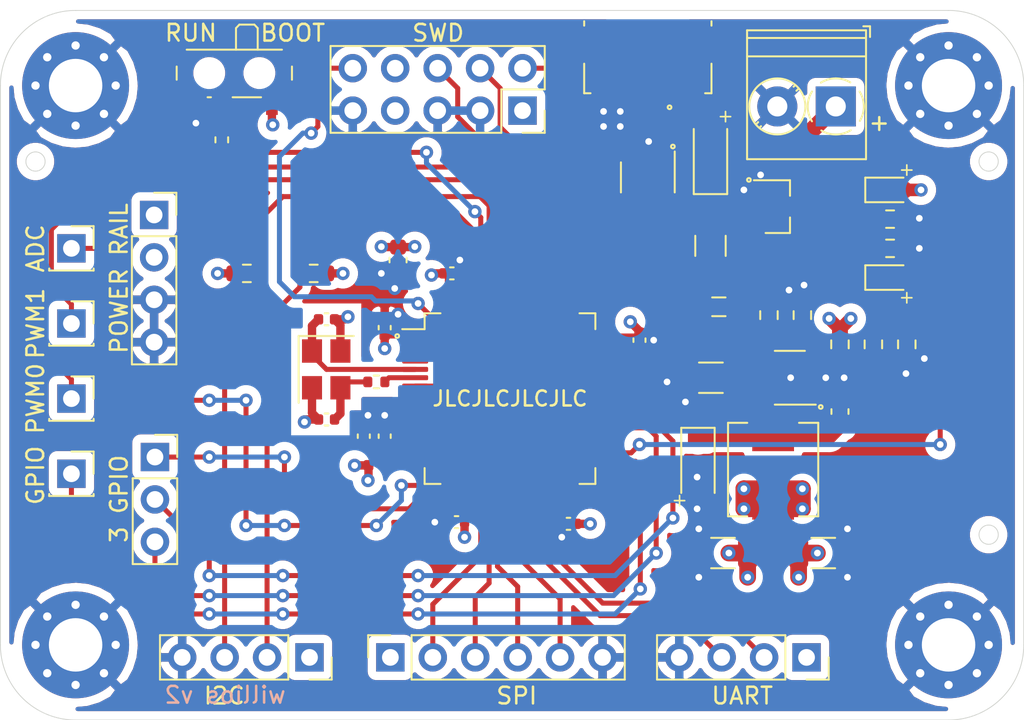
<source format=kicad_pcb>
(kicad_pcb (version 20171130) (host pcbnew "(5.1.10)-1")
  (layers (0 F.Cu signal) (1 In1.Cu power) (2 In2.Cu power) (31 B.Cu signal) (34 B.Paste user) (35 F.Paste user) (36 B.SilkS user) (37 F.SilkS user) (38 B.Mask user) (39 F.Mask user) (44 Edge.Cuts user))
  (net 0 "")
  (net 1 BUCK_SW)
  (net 2 BUCK_BST)
  (net 3 BUCK_IN)
  (net 4 HSE_IN)
  (net 5 +3V3)
  (net 6 +3.3VA)
  (net 7 "Net-(C14-Pad1)")
  (net 8 +5V)
  (net 9 "Net-(D1-Pad1)")
  (net 10 "Net-(D3-Pad1)")
  (net 11 LED_STATUS)
  (net 12 "Net-(D4-Pad1)")
  (net 13 "Net-(F1-Pad1)")
  (net 14 +9V)
  (net 15 USB_CONN_D-)
  (net 16 USB_CONN_D+)
  (net 17 "Net-(J2-Pad4)")
  (net 18 "Net-(J2-Pad6)")
  (net 19 SWDIO)
  (net 20 SWCLK)
  (net 21 SWO)
  (net 22 "Net-(J3-Pad7)")
  (net 23 "Net-(J3-Pad8)")
  (net 24 NRST)
  (net 25 USART3_TX)
  (net 26 USART3_RX)
  (net 27 I2C1_SCL)
  (net 28 I2C1_SDA)
  (net 29 SPI1_SCK)
  (net 30 SPI1_MISO)
  (net 31 SPI1_MOSI)
  (net 32 SPI1_CS)
  (net 33 ADC1_IN1)
  (net 34 PC8_GPIO)
  (net 35 PC7_GPIO)
  (net 36 PC6_GPIO)
  (net 37 PB12_GPIO)
  (net 38 TIM3_CH1)
  (net 39 TIM4_CH1)
  (net 40 BUCK_EN)
  (net 41 BUCK_FB)
  (net 42 "Net-(R4-Pad2)")
  (net 43 "Net-(R9-Pad1)")
  (net 44 BOOT0)
  (net 45 HSE_OUT)
  (net 46 USB_D+)
  (net 47 USB_D-)
  (net 48 "Net-(U3-Pad2)")
  (net 49 "Net-(U3-Pad3)")
  (net 50 "Net-(U3-Pad4)")
  (net 51 "Net-(U3-Pad9)")
  (net 52 "Net-(U3-Pad10)")
  (net 53 "Net-(U3-Pad11)")
  (net 54 "Net-(U3-Pad14)")
  (net 55 "Net-(U3-Pad15)")
  (net 56 "Net-(U3-Pad16)")
  (net 57 "Net-(U3-Pad17)")
  (net 58 "Net-(U3-Pad20)")
  (net 59 "Net-(U3-Pad25)")
  (net 60 "Net-(U3-Pad26)")
  (net 61 "Net-(U3-Pad27)")
  (net 62 "Net-(U3-Pad28)")
  (net 63 "Net-(U3-Pad35)")
  (net 64 "Net-(U3-Pad36)")
  (net 65 "Net-(U3-Pad40)")
  (net 66 "Net-(U3-Pad41)")
  (net 67 "Net-(U3-Pad42)")
  (net 68 "Net-(U3-Pad43)")
  (net 69 "Net-(U3-Pad50)")
  (net 70 "Net-(U3-Pad51)")
  (net 71 "Net-(U3-Pad52)")
  (net 72 "Net-(U3-Pad53)")
  (net 73 "Net-(U3-Pad54)")
  (net 74 "Net-(U3-Pad57)")
  (net 75 "Net-(U3-Pad62)")
  (net 76 GND)
  (module Connector_PinSocket_2.54mm:PinSocket_1x04_P2.54mm_Vertical (layer F.Cu) (at 90.7 128)
    (fp_text reference J9)
    (fp_text value Conn_01x04_Female)
    (pad 4 thru_hole oval (at 0 7.62) (size 1.7 1.7) (drill 1) (layers *.Cu *.Mask) (net 76 GND))
    (pad 3 thru_hole oval (at 0 5.08) (size 1.7 1.7) (drill 1) (layers *.Cu *.Mask) (net 76 GND))
    (pad 2 thru_hole oval (at 0 2.54) (size 1.7 1.7) (drill 1) (layers *.Cu *.Mask) (net 5 +3V3))
    (pad 1 thru_hole rect (at 0 0) (size 1.7 1.7) (drill 1) (layers *.Cu *.Mask) (net 5 +3V3))
  )
  (module Resistor_SMD:R_0603_1608Metric (layer F.Cu) (at 100.25 131.5 180)
    (fp_text reference R7)
    (fp_text value 2k2)
    (pad 1 smd roundrect (at -0.825 0 180) (size 0.8 0.95) (layers F.Cu F.Paste F.Mask) (net 5 +3V3))
    (pad 2 smd roundrect (at 0.825 0 180) (size 0.8 0.95) (layers F.Cu F.Paste F.Mask) (net 27 I2C1_SCL))
  )
  (module MountingHole:MountingHole_3.2mm_M3_Pad_Via (layer F.Cu) (at 86 120.25)
    (fp_text reference H1)
    (fp_text value MountingHole_Pad)
    (pad 1 thru_hole circle (at 0 0) (size 6.4 6.4) (drill 3.2) (layers *.Cu *.Mask) (net 76 GND))
    (pad 1 thru_hole circle (at 2.4 0) (size 0.8 0.8) (drill 0.5) (layers *.Cu *.Mask) (net 76 GND))
    (pad 1 thru_hole circle (at 1.697056 1.697056) (size 0.8 0.8) (drill 0.5) (layers *.Cu *.Mask) (net 76 GND))
    (pad 1 thru_hole circle (at 0 2.4) (size 0.8 0.8) (drill 0.5) (layers *.Cu *.Mask) (net 76 GND))
    (pad 1 thru_hole circle (at -1.697056 1.697056) (size 0.8 0.8) (drill 0.5) (layers *.Cu *.Mask) (net 76 GND))
    (pad 1 thru_hole circle (at -2.4 0) (size 0.8 0.8) (drill 0.5) (layers *.Cu *.Mask) (net 76 GND))
    (pad 1 thru_hole circle (at -1.697056 -1.697056) (size 0.8 0.8) (drill 0.5) (layers *.Cu *.Mask) (net 76 GND))
    (pad 1 thru_hole circle (at 0 -2.4) (size 0.8 0.8) (drill 0.5) (layers *.Cu *.Mask) (net 76 GND))
    (pad 1 thru_hole circle (at 1.697056 -1.697056) (size 0.8 0.8) (drill 0.5) (layers *.Cu *.Mask) (net 76 GND))
  )
  (module Connector_PinSocket_2.54mm:PinSocket_1x01_P2.54mm_Vertical (layer F.Cu) (at 85.75 134.5)
    (fp_text reference J12)
    (fp_text value Conn_01x01_Female)
    (pad 1 thru_hole rect (at 0 0) (size 1.7 1.7) (drill 1) (layers *.Cu *.Mask) (net 39 TIM4_CH1))
  )
  (module Connector_PinSocket_2.54mm:PinSocket_1x01_P2.54mm_Vertical (layer F.Cu) (at 85.75 139)
    (fp_text reference J11)
    (fp_text value Conn_01x01_Female)
    (pad 1 thru_hole rect (at 0 0) (size 1.7 1.7) (drill 1) (layers *.Cu *.Mask) (net 38 TIM3_CH1))
  )
  (module Connector_PinSocket_2.54mm:PinSocket_1x01_P2.54mm_Vertical (layer F.Cu) (at 85.75 143.5)
    (fp_text reference J10)
    (fp_text value Conn_01x01_Female)
    (pad 1 thru_hole rect (at 0 0) (size 1.7 1.7) (drill 1) (layers *.Cu *.Mask) (net 37 PB12_GPIO))
  )
  (module Connector_PinSocket_2.54mm:PinSocket_1x03_P2.54mm_Vertical (layer F.Cu) (at 90.75 142.5)
    (fp_text reference J8)
    (fp_text value Conn_01x03_Female)
    (pad 3 thru_hole oval (at 0 5.08) (size 1.7 1.7) (drill 1) (layers *.Cu *.Mask) (net 36 PC6_GPIO))
    (pad 2 thru_hole oval (at 0 2.54) (size 1.7 1.7) (drill 1) (layers *.Cu *.Mask) (net 35 PC7_GPIO))
    (pad 1 thru_hole rect (at 0 0) (size 1.7 1.7) (drill 1) (layers *.Cu *.Mask) (net 34 PC8_GPIO))
  )
  (module Connector_PinSocket_2.54mm:PinSocket_1x01_P2.54mm_Vertical (layer F.Cu) (at 85.75 130)
    (fp_text reference J7)
    (fp_text value Conn_01x01_Female)
    (pad 1 thru_hole rect (at 0 0) (size 1.7 1.7) (drill 1) (layers *.Cu *.Mask) (net 33 ADC1_IN1))
  )
  (module Connector_PinSocket_2.54mm:PinSocket_1x06_P2.54mm_Vertical (layer F.Cu) (at 104.84 154.5 90)
    (fp_text reference J6)
    (fp_text value Conn_01x06_Female)
    (pad 6 thru_hole oval (at 0 12.7 90) (size 1.7 1.7) (drill 1) (layers *.Cu *.Mask) (net 76 GND))
    (pad 5 thru_hole oval (at 0 10.16 90) (size 1.7 1.7) (drill 1) (layers *.Cu *.Mask) (net 32 SPI1_CS))
    (pad 4 thru_hole oval (at 0 7.62 90) (size 1.7 1.7) (drill 1) (layers *.Cu *.Mask) (net 31 SPI1_MOSI))
    (pad 3 thru_hole oval (at 0 5.08 90) (size 1.7 1.7) (drill 1) (layers *.Cu *.Mask) (net 30 SPI1_MISO))
    (pad 2 thru_hole oval (at 0 2.54 90) (size 1.7 1.7) (drill 1) (layers *.Cu *.Mask) (net 29 SPI1_SCK))
    (pad 1 thru_hole rect (at 0 0 90) (size 1.7 1.7) (drill 1) (layers *.Cu *.Mask) (net 5 +3V3))
  )
  (module Connector_PinSocket_2.54mm:PinSocket_1x04_P2.54mm_Vertical (layer F.Cu) (at 100 154.5 270)
    (fp_text reference J5)
    (fp_text value Conn_01x04_Female)
    (pad 4 thru_hole oval (at 0 7.62 270) (size 1.7 1.7) (drill 1) (layers *.Cu *.Mask) (net 76 GND))
    (pad 3 thru_hole oval (at 0 5.08 270) (size 1.7 1.7) (drill 1) (layers *.Cu *.Mask) (net 28 I2C1_SDA))
    (pad 2 thru_hole oval (at 0 2.54 270) (size 1.7 1.7) (drill 1) (layers *.Cu *.Mask) (net 27 I2C1_SCL))
    (pad 1 thru_hole rect (at 0 0 270) (size 1.7 1.7) (drill 1) (layers *.Cu *.Mask) (net 5 +3V3))
  )
  (module Connector_PinSocket_2.54mm:PinSocket_1x04_P2.54mm_Vertical (layer F.Cu) (at 129.75 154.5 270)
    (fp_text reference J4)
    (fp_text value Conn_01x04_Female)
    (pad 4 thru_hole oval (at 0 7.62 270) (size 1.7 1.7) (drill 1) (layers *.Cu *.Mask) (net 76 GND))
    (pad 3 thru_hole oval (at 0 5.08 270) (size 1.7 1.7) (drill 1) (layers *.Cu *.Mask) (net 25 USART3_TX))
    (pad 2 thru_hole oval (at 0 2.54 270) (size 1.7 1.7) (drill 1) (layers *.Cu *.Mask) (net 26 USART3_RX))
    (pad 1 thru_hole rect (at 0 0 270) (size 1.7 1.7) (drill 1) (layers *.Cu *.Mask) (net 5 +3V3))
  )
  (module Capacitor_SMD:C_0603_1608Metric (layer F.Cu) (at 131.75 139.775 270)
    (fp_text reference C1)
    (fp_text value 10n)
    (pad 2 smd roundrect (at 0.775 0 270) (size 0.9 0.95) (layers F.Cu F.Paste F.Mask) (net 1 BUCK_SW))
    (pad 1 smd roundrect (at -0.775 0 270) (size 0.9 0.95) (layers F.Cu F.Paste F.Mask) (net 2 BUCK_BST))
  )
  (module Capacitor_SMD:C_1206_3216Metric (layer F.Cu) (at 124.025 137.75 180)
    (fp_text reference C2)
    (fp_text value 10u)
    (pad 1 smd roundrect (at -1.475 0 180) (size 1.15 1.8) (layers F.Cu F.Paste F.Mask) (roundrect_rratio 0.2173904347826087) (net 3 BUCK_IN))
    (pad 2 smd roundrect (at 1.475 0 180) (size 1.15 1.8) (layers F.Cu F.Paste F.Mask) (roundrect_rratio 0.2173904347826087) (net 76 GND))
  )
  (module Capacitor_SMD:C_1206_3216Metric (layer F.Cu) (at 130.75 148.25)
    (fp_text reference C3)
    (fp_text value 10u)
    (pad 2 smd roundrect (at 1.475 0) (size 1.15 1.8) (layers F.Cu F.Paste F.Mask) (roundrect_rratio 0.2173904347826087) (net 76 GND))
    (pad 1 smd roundrect (at -1.475 0) (size 1.15 1.8) (layers F.Cu F.Paste F.Mask) (roundrect_rratio 0.2173904347826087) (net 5 +3V3))
  )
  (module Capacitor_SMD:C_1206_3216Metric (layer F.Cu) (at 124.75 148.25 180)
    (fp_text reference C4)
    (fp_text value 10u)
    (pad 1 smd roundrect (at -1.475 0 180) (size 1.15 1.8) (layers F.Cu F.Paste F.Mask) (roundrect_rratio 0.2173904347826087) (net 5 +3V3))
    (pad 2 smd roundrect (at 1.475 0 180) (size 1.15 1.8) (layers F.Cu F.Paste F.Mask) (roundrect_rratio 0.2173904347826087) (net 76 GND))
  )
  (module Capacitor_SMD:C_0603_1608Metric (layer F.Cu) (at 105.3 130.7 270)
    (fp_text reference C5)
    (fp_text value 4u7)
    (pad 1 smd roundrect (at -0.775 0 270) (size 0.9 0.95) (layers F.Cu F.Paste F.Mask) (net 5 +3V3))
    (pad 2 smd roundrect (at 0.775 0 270) (size 0.9 0.95) (layers F.Cu F.Paste F.Mask) (net 76 GND))
  )
  (module Capacitor_SMD:C_0402_1005Metric (layer F.Cu) (at 108.52 131.5)
    (fp_text reference C6)
    (fp_text value 100n)
    (pad 2 smd roundrect (at 0.48 0) (size 0.56 0.62) (layers F.Cu F.Paste F.Mask) (net 76 GND))
    (pad 1 smd roundrect (at -0.48 0) (size 0.56 0.62) (layers F.Cu F.Paste F.Mask) (net 5 +3V3))
  )
  (module Capacitor_SMD:C_0402_1005Metric (layer F.Cu) (at 108.8 146.4 180)
    (fp_text reference C7)
    (fp_text value 100n)
    (pad 1 smd roundrect (at -0.48 0 180) (size 0.56 0.62) (layers F.Cu F.Paste F.Mask) (net 5 +3V3))
    (pad 2 smd roundrect (at 0.48 0 180) (size 0.56 0.62) (layers F.Cu F.Paste F.Mask) (net 76 GND))
  )
  (module Capacitor_SMD:C_0402_1005Metric (layer F.Cu) (at 115.5 146.5 180)
    (fp_text reference C8)
    (fp_text value 100n)
    (pad 2 smd roundrect (at 0.48 0 180) (size 0.56 0.62) (layers F.Cu F.Paste F.Mask) (net 76 GND))
    (pad 1 smd roundrect (at -0.48 0 180) (size 0.56 0.62) (layers F.Cu F.Paste F.Mask) (net 5 +3V3))
  )
  (module Capacitor_SMD:C_0402_1005Metric (layer F.Cu) (at 119.75 135.5 270)
    (fp_text reference C9)
    (fp_text value 100n)
    (pad 1 smd roundrect (at -0.48 0 270) (size 0.56 0.62) (layers F.Cu F.Paste F.Mask) (net 5 +3V3))
    (pad 2 smd roundrect (at 0.48 0 270) (size 0.56 0.62) (layers F.Cu F.Paste F.Mask) (net 76 GND))
  )
  (module Capacitor_SMD:C_0402_1005Metric (layer F.Cu) (at 104.5 134.75 90)
    (fp_text reference C10)
    (fp_text value 100n)
    (pad 1 smd roundrect (at -0.48 0 90) (size 0.56 0.62) (layers F.Cu F.Paste F.Mask) (net 5 +3V3))
    (pad 2 smd roundrect (at 0.48 0 90) (size 0.56 0.62) (layers F.Cu F.Paste F.Mask) (net 76 GND))
  )
  (module Capacitor_SMD:C_0402_1005Metric (layer F.Cu) (at 103.25 141.25 90)
    (fp_text reference C11)
    (fp_text value 1u)
    (pad 2 smd roundrect (at 0.48 0 90) (size 0.56 0.62) (layers F.Cu F.Paste F.Mask) (net 76 GND))
    (pad 1 smd roundrect (at -0.48 0 90) (size 0.56 0.62) (layers F.Cu F.Paste F.Mask) (net 6 +3.3VA))
  )
  (module Capacitor_SMD:C_0402_1005Metric (layer F.Cu) (at 104.5 141.25 90)
    (fp_text reference C12)
    (fp_text value 10n)
    (pad 1 smd roundrect (at -0.48 0 90) (size 0.56 0.62) (layers F.Cu F.Paste F.Mask) (net 6 +3.3VA))
    (pad 2 smd roundrect (at 0.48 0 90) (size 0.56 0.62) (layers F.Cu F.Paste F.Mask) (net 76 GND))
  )
  (module Capacitor_SMD:C_0402_1005Metric (layer F.Cu) (at 101.02 134.25)
    (fp_text reference C13)
    (fp_text value 12p)
    (pad 1 smd roundrect (at -0.48 0) (size 0.56 0.62) (layers F.Cu F.Paste F.Mask) (net 4 HSE_IN))
    (pad 2 smd roundrect (at 0.48 0) (size 0.56 0.62) (layers F.Cu F.Paste F.Mask) (net 76 GND))
  )
  (module Capacitor_SMD:C_0402_1005Metric (layer F.Cu) (at 101.02 140.25 180)
    (fp_text reference C14)
    (fp_text value 12p)
    (pad 2 smd roundrect (at 0.48 0 180) (size 0.56 0.62) (layers F.Cu F.Paste F.Mask) (net 76 GND))
    (pad 1 smd roundrect (at -0.48 0 180) (size 0.56 0.62) (layers F.Cu F.Paste F.Mask) (net 7 "Net-(C14-Pad1)"))
  )
  (module Diode_SMD:D_SOD-123 (layer F.Cu) (at 124 124.5 90)
    (fp_text reference D1)
    (fp_text value B5819W)
    (pad 2 smd rect (at 1.65 0 90) (size 0.9 1.2) (layers F.Cu F.Paste F.Mask) (net 8 +5V))
    (pad 1 smd rect (at -1.65 0 90) (size 0.9 1.2) (layers F.Cu F.Paste F.Mask) (net 9 "Net-(D1-Pad1)"))
  )
  (module Diode_SMD:D_SOD-123 (layer F.Cu) (at 123.25 143 270)
    (fp_text reference D2)
    (fp_text value B5819W)
    (pad 1 smd rect (at -1.65 0 270) (size 0.9 1.2) (layers F.Cu F.Paste F.Mask) (net 1 BUCK_SW))
    (pad 2 smd rect (at 1.65 0 270) (size 0.9 1.2) (layers F.Cu F.Paste F.Mask) (net 76 GND))
  )
  (module LED_SMD:LED_0603_1608Metric (layer F.Cu) (at 134.75 126.5)
    (fp_text reference D3)
    (fp_text value YELLOW)
    (pad 1 smd roundrect (at -0.7875 0) (size 0.875 0.95) (layers F.Cu F.Paste F.Mask) (net 10 "Net-(D3-Pad1)"))
    (pad 2 smd roundrect (at 0.7875 0) (size 0.875 0.95) (layers F.Cu F.Paste F.Mask) (net 5 +3V3))
  )
  (module LED_SMD:LED_0603_1608Metric (layer F.Cu) (at 134.75 131.75)
    (fp_text reference D4)
    (fp_text value GREEN)
    (pad 2 smd roundrect (at 0.7875 0) (size 0.875 0.95) (layers F.Cu F.Paste F.Mask) (net 11 LED_STATUS))
    (pad 1 smd roundrect (at -0.7875 0) (size 0.875 0.95) (layers F.Cu F.Paste F.Mask) (net 12 "Net-(D4-Pad1)"))
  )
  (module Fuse:Fuse_1206_3216Metric (layer F.Cu) (at 124 129.85 90)
    (fp_text reference F1)
    (fp_text value 250mA)
    (pad 1 smd roundrect (at -1.4 0 90) (size 1.25 1.75) (layers F.Cu F.Paste F.Mask) (roundrect_rratio 0.2) (net 13 "Net-(F1-Pad1)"))
    (pad 2 smd roundrect (at 1.4 0 90) (size 1.25 1.75) (layers F.Cu F.Paste F.Mask) (roundrect_rratio 0.2) (net 9 "Net-(D1-Pad1)"))
  )
  (module Inductor_SMD:L_0805_2012Metric (layer F.Cu) (at 124.5 133.5 180)
    (fp_text reference FB1)
    (fp_text value "600 @ 600MHz")
    (pad 1 smd roundrect (at -1.0625 0 180) (size 0.875 1.2) (layers F.Cu F.Paste F.Mask) (net 3 BUCK_IN))
    (pad 2 smd roundrect (at 1.0625 0 180) (size 0.875 1.2) (layers F.Cu F.Paste F.Mask) (net 13 "Net-(F1-Pad1)"))
  )
  (module MountingHole:MountingHole_3.2mm_M3_Pad_Via (layer F.Cu) (at 138.25 120.25)
    (fp_text reference H2)
    (fp_text value MountingHole_Pad)
    (pad 1 thru_hole circle (at 1.697056 -1.697056) (size 0.8 0.8) (drill 0.5) (layers *.Cu *.Mask) (net 76 GND))
    (pad 1 thru_hole circle (at 0 -2.4) (size 0.8 0.8) (drill 0.5) (layers *.Cu *.Mask) (net 76 GND))
    (pad 1 thru_hole circle (at -1.697056 -1.697056) (size 0.8 0.8) (drill 0.5) (layers *.Cu *.Mask) (net 76 GND))
    (pad 1 thru_hole circle (at -2.4 0) (size 0.8 0.8) (drill 0.5) (layers *.Cu *.Mask) (net 76 GND))
    (pad 1 thru_hole circle (at -1.697056 1.697056) (size 0.8 0.8) (drill 0.5) (layers *.Cu *.Mask) (net 76 GND))
    (pad 1 thru_hole circle (at 0 2.4) (size 0.8 0.8) (drill 0.5) (layers *.Cu *.Mask) (net 76 GND))
    (pad 1 thru_hole circle (at 1.697056 1.697056) (size 0.8 0.8) (drill 0.5) (layers *.Cu *.Mask) (net 76 GND))
    (pad 1 thru_hole circle (at 2.4 0) (size 0.8 0.8) (drill 0.5) (layers *.Cu *.Mask) (net 76 GND))
    (pad 1 thru_hole circle (at 0 0) (size 6.4 6.4) (drill 3.2) (layers *.Cu *.Mask) (net 76 GND))
  )
  (module MountingHole:MountingHole_3.2mm_M3_Pad_Via (layer F.Cu) (at 86 153.75)
    (fp_text reference H3)
    (fp_text value MountingHole_Pad)
    (pad 1 thru_hole circle (at 0 0) (size 6.4 6.4) (drill 3.2) (layers *.Cu *.Mask) (net 76 GND))
    (pad 1 thru_hole circle (at 2.4 0) (size 0.8 0.8) (drill 0.5) (layers *.Cu *.Mask) (net 76 GND))
    (pad 1 thru_hole circle (at 1.697056 1.697056) (size 0.8 0.8) (drill 0.5) (layers *.Cu *.Mask) (net 76 GND))
    (pad 1 thru_hole circle (at 0 2.4) (size 0.8 0.8) (drill 0.5) (layers *.Cu *.Mask) (net 76 GND))
    (pad 1 thru_hole circle (at -1.697056 1.697056) (size 0.8 0.8) (drill 0.5) (layers *.Cu *.Mask) (net 76 GND))
    (pad 1 thru_hole circle (at -2.4 0) (size 0.8 0.8) (drill 0.5) (layers *.Cu *.Mask) (net 76 GND))
    (pad 1 thru_hole circle (at -1.697056 -1.697056) (size 0.8 0.8) (drill 0.5) (layers *.Cu *.Mask) (net 76 GND))
    (pad 1 thru_hole circle (at 0 -2.4) (size 0.8 0.8) (drill 0.5) (layers *.Cu *.Mask) (net 76 GND))
    (pad 1 thru_hole circle (at 1.697056 -1.697056) (size 0.8 0.8) (drill 0.5) (layers *.Cu *.Mask) (net 76 GND))
  )
  (module MountingHole:MountingHole_3.2mm_M3_Pad_Via (layer F.Cu) (at 138.25 153.75)
    (fp_text reference H4)
    (fp_text value MountingHole_Pad)
    (pad 1 thru_hole circle (at 1.697056 -1.697056) (size 0.8 0.8) (drill 0.5) (layers *.Cu *.Mask) (net 76 GND))
    (pad 1 thru_hole circle (at 0 -2.4) (size 0.8 0.8) (drill 0.5) (layers *.Cu *.Mask) (net 76 GND))
    (pad 1 thru_hole circle (at -1.697056 -1.697056) (size 0.8 0.8) (drill 0.5) (layers *.Cu *.Mask) (net 76 GND))
    (pad 1 thru_hole circle (at -2.4 0) (size 0.8 0.8) (drill 0.5) (layers *.Cu *.Mask) (net 76 GND))
    (pad 1 thru_hole circle (at -1.697056 1.697056) (size 0.8 0.8) (drill 0.5) (layers *.Cu *.Mask) (net 76 GND))
    (pad 1 thru_hole circle (at 0 2.4) (size 0.8 0.8) (drill 0.5) (layers *.Cu *.Mask) (net 76 GND))
    (pad 1 thru_hole circle (at 1.697056 1.697056) (size 0.8 0.8) (drill 0.5) (layers *.Cu *.Mask) (net 76 GND))
    (pad 1 thru_hole circle (at 2.4 0) (size 0.8 0.8) (drill 0.5) (layers *.Cu *.Mask) (net 76 GND))
    (pad 1 thru_hole circle (at 0 0) (size 6.4 6.4) (drill 3.2) (layers *.Cu *.Mask) (net 76 GND))
  )
  (module TerminalBlock_Phoenix:TerminalBlock_Phoenix_PT-1,5-2-3.5-H_1x02_P3.50mm_Horizontal (layer F.Cu) (at 131.5 121.5 180)
    (fp_text reference J1)
    (fp_text value Screw_Terminal_01x02)
    (pad 1 thru_hole rect (at 0 0 180) (size 2.4 2.4) (drill 1.2) (layers *.Cu *.Mask) (net 14 +9V))
    (pad 2 thru_hole circle (at 3.5 0 180) (size 2.4 2.4) (drill 1.2) (layers *.Cu *.Mask) (net 76 GND))
  )
  (module Connector_USB:USB_Micro-B_Molex_47346-0001 (layer F.Cu) (at 120.25 119 180)
    (fp_text reference J2)
    (fp_text value USB_B_Micro)
    (pad 1 smd rect (at -1.3 -1.46 180) (size 0.45 1.38) (layers F.Cu F.Paste F.Mask) (net 8 +5V))
    (pad 2 smd rect (at -0.65 -1.46 180) (size 0.45 1.38) (layers F.Cu F.Paste F.Mask) (net 15 USB_CONN_D-))
    (pad 3 smd rect (at 0 -1.46 180) (size 0.45 1.38) (layers F.Cu F.Paste F.Mask) (net 16 USB_CONN_D+))
    (pad 4 smd rect (at 0.65 -1.46 180) (size 0.45 1.38) (layers F.Cu F.Paste F.Mask) (net 17 "Net-(J2-Pad4)"))
    (pad 5 smd rect (at 1.3 -1.46 180) (size 0.45 1.38) (layers F.Cu F.Paste F.Mask) (net 76 GND))
    (pad 6 smd rect (at -2.4875 -1.375 180) (size 1.425 1.55) (layers F.Cu F.Paste F.Mask) (net 18 "Net-(J2-Pad6)"))
    (pad 6 smd rect (at 2.4875 -1.375 180) (size 1.425 1.55) (layers F.Cu F.Paste F.Mask) (net 18 "Net-(J2-Pad6)"))
    (pad 6 smd rect (at -3.375 1.2 180) (size 1.65 1.3) (layers F.Cu F.Paste F.Mask) (net 18 "Net-(J2-Pad6)"))
    (pad 6 smd rect (at 3.375 1.2 180) (size 1.65 1.3) (layers F.Cu F.Paste F.Mask) (net 18 "Net-(J2-Pad6)"))
    (pad 6 smd rect (at -1.15 1.2 180) (size 1.8 1.9) (layers F.Cu F.Paste F.Mask) (net 18 "Net-(J2-Pad6)"))
    (pad 6 smd rect (at 1.55 1.2 180) (size 1 1.9) (layers F.Cu F.Paste F.Mask) (net 18 "Net-(J2-Pad6)"))
  )
  (module Connector_PinSocket_2.54mm:PinSocket_2x05_P2.54mm_Vertical (layer F.Cu) (at 112.75 121.75 270)
    (fp_text reference J3)
    (fp_text value SWD)
    (pad 1 thru_hole rect (at 0 0 270) (size 1.7 1.7) (drill 1) (layers *.Cu *.Mask) (net 5 +3V3))
    (pad 2 thru_hole oval (at -2.54 0 270) (size 1.7 1.7) (drill 1) (layers *.Cu *.Mask) (net 19 SWDIO))
    (pad 3 thru_hole oval (at 0 2.54 270) (size 1.7 1.7) (drill 1) (layers *.Cu *.Mask) (net 76 GND))
    (pad 4 thru_hole oval (at -2.54 2.54 270) (size 1.7 1.7) (drill 1) (layers *.Cu *.Mask) (net 20 SWCLK))
    (pad 5 thru_hole oval (at 0 5.08 270) (size 1.7 1.7) (drill 1) (layers *.Cu *.Mask) (net 76 GND))
    (pad 6 thru_hole oval (at -2.54 5.08 270) (size 1.7 1.7) (drill 1) (layers *.Cu *.Mask) (net 21 SWO))
    (pad 7 thru_hole oval (at 0 7.62 270) (size 1.7 1.7) (drill 1) (layers *.Cu *.Mask) (net 22 "Net-(J3-Pad7)"))
    (pad 8 thru_hole oval (at -2.54 7.62 270) (size 1.7 1.7) (drill 1) (layers *.Cu *.Mask) (net 23 "Net-(J3-Pad8)"))
    (pad 9 thru_hole oval (at 0 10.16 270) (size 1.7 1.7) (drill 1) (layers *.Cu *.Mask) (net 76 GND))
    (pad 10 thru_hole oval (at -2.54 10.16 270) (size 1.7 1.7) (drill 1) (layers *.Cu *.Mask) (net 24 NRST))
  )
  (module Inductor_SMD:L_Sunlord_MWSA0518_5.4x5.2mm (layer F.Cu) (at 127.75 143.25 270)
    (fp_text reference L1)
    (fp_text value 10u)
    (pad 1 smd rect (at -2.05 0 270) (size 1.9 2.5) (layers F.Cu F.Paste F.Mask) (net 1 BUCK_SW))
    (pad 2 smd rect (at 2.05 0 270) (size 1.9 2.5) (layers F.Cu F.Paste F.Mask) (net 5 +3V3))
  )
  (module Inductor_SMD:L_0402_1005Metric (layer F.Cu) (at 104.015 143)
    (fp_text reference L2)
    (fp_text value 39n)
    (pad 1 smd roundrect (at -0.485 0) (size 0.59 0.64) (layers F.Cu F.Paste F.Mask) (net 5 +3V3))
    (pad 2 smd roundrect (at 0.485 0) (size 0.59 0.64) (layers F.Cu F.Paste F.Mask) (net 6 +3.3VA))
  )
  (module Package_TO_SOT_SMD:SOT-23 (layer F.Cu) (at 128 127.5)
    (fp_text reference Q1)
    (fp_text value AO3401A)
    (pad 1 smd rect (at -1 -0.95) (size 0.9 0.8) (layers F.Cu F.Paste F.Mask) (net 76 GND))
    (pad 2 smd rect (at -1 0.95) (size 0.9 0.8) (layers F.Cu F.Paste F.Mask) (net 9 "Net-(D1-Pad1)"))
    (pad 3 smd rect (at 1 0) (size 0.9 0.8) (layers F.Cu F.Paste F.Mask) (net 14 +9V))
  )
  (module Resistor_SMD:R_0603_1608Metric (layer F.Cu) (at 127.5 134 270)
    (fp_text reference R1)
    (fp_text value 100k)
    (pad 1 smd roundrect (at -0.825 0 270) (size 0.8 0.95) (layers F.Cu F.Paste F.Mask) (net 3 BUCK_IN))
    (pad 2 smd roundrect (at 0.825 0 270) (size 0.8 0.95) (layers F.Cu F.Paste F.Mask) (net 40 BUCK_EN))
  )
  (module Resistor_SMD:R_0603_1608Metric (layer F.Cu) (at 129.5 134 90)
    (fp_text reference R2)
    (fp_text value 68k)
    (pad 2 smd roundrect (at 0.825 0 90) (size 0.8 0.95) (layers F.Cu F.Paste F.Mask) (net 76 GND))
    (pad 1 smd roundrect (at -0.825 0 90) (size 0.8 0.95) (layers F.Cu F.Paste F.Mask) (net 40 BUCK_EN))
  )
  (module Resistor_SMD:R_0603_1608Metric (layer F.Cu) (at 131.75 135.75 270)
    (fp_text reference R3)
    (fp_text value 47k)
    (pad 1 smd roundrect (at -0.825 0 270) (size 0.8 0.95) (layers F.Cu F.Paste F.Mask) (net 5 +3V3))
    (pad 2 smd roundrect (at 0.825 0 270) (size 0.8 0.95) (layers F.Cu F.Paste F.Mask) (net 41 BUCK_FB))
  )
  (module Resistor_SMD:R_0603_1608Metric (layer F.Cu) (at 133.75 135.75 90)
    (fp_text reference R4)
    (fp_text value 15k)
    (pad 1 smd roundrect (at -0.825 0 90) (size 0.8 0.95) (layers F.Cu F.Paste F.Mask) (net 41 BUCK_FB))
    (pad 2 smd roundrect (at 0.825 0 90) (size 0.8 0.95) (layers F.Cu F.Paste F.Mask) (net 42 "Net-(R4-Pad2)"))
  )
  (module Resistor_SMD:R_0603_1608Metric (layer F.Cu) (at 135.75 135.75 270)
    (fp_text reference R5)
    (fp_text value 270)
    (pad 2 smd roundrect (at 0.825 0 270) (size 0.8 0.95) (layers F.Cu F.Paste F.Mask) (net 76 GND))
    (pad 1 smd roundrect (at -0.825 0 270) (size 0.8 0.95) (layers F.Cu F.Paste F.Mask) (net 42 "Net-(R4-Pad2)"))
  )
  (module Resistor_SMD:R_0603_1608Metric (layer F.Cu) (at 134.75 128.25)
    (fp_text reference R6)
    (fp_text value 1k5)
    (pad 2 smd roundrect (at 0.825 0) (size 0.8 0.95) (layers F.Cu F.Paste F.Mask) (net 76 GND))
    (pad 1 smd roundrect (at -0.825 0) (size 0.8 0.95) (layers F.Cu F.Paste F.Mask) (net 10 "Net-(D3-Pad1)"))
  )
  (module Resistor_SMD:R_0603_1608Metric (layer F.Cu) (at 96.25 131.5)
    (fp_text reference R8)
    (fp_text value 2k2)
    (pad 2 smd roundrect (at 0.825 0) (size 0.8 0.95) (layers F.Cu F.Paste F.Mask) (net 28 I2C1_SDA))
    (pad 1 smd roundrect (at -0.825 0) (size 0.8 0.95) (layers F.Cu F.Paste F.Mask) (net 5 +3V3))
  )
  (module Resistor_SMD:R_0402_1005Metric (layer F.Cu) (at 94.75 123.5 270)
    (fp_text reference R9)
    (fp_text value 10k)
    (pad 1 smd roundrect (at -0.51 0 270) (size 0.54 0.64) (layers F.Cu F.Paste F.Mask) (net 43 "Net-(R9-Pad1)"))
    (pad 2 smd roundrect (at 0.51 0 270) (size 0.54 0.64) (layers F.Cu F.Paste F.Mask) (net 44 BOOT0))
  )
  (module Resistor_SMD:R_0402_1005Metric (layer F.Cu) (at 104 138 180)
    (fp_text reference R10)
    (fp_text value 47)
    (pad 2 smd roundrect (at 0.51 0 180) (size 0.54 0.64) (layers F.Cu F.Paste F.Mask) (net 7 "Net-(C14-Pad1)"))
    (pad 1 smd roundrect (at -0.51 0 180) (size 0.54 0.64) (layers F.Cu F.Paste F.Mask) (net 45 HSE_OUT))
  )
  (module Resistor_SMD:R_0603_1608Metric (layer F.Cu) (at 134.75 130)
    (fp_text reference R11)
    (fp_text value 1k5)
    (pad 1 smd roundrect (at -0.825 0) (size 0.8 0.95) (layers F.Cu F.Paste F.Mask) (net 12 "Net-(D4-Pad1)"))
    (pad 2 smd roundrect (at 0.825 0) (size 0.8 0.95) (layers F.Cu F.Paste F.Mask) (net 76 GND))
  )
  (module Button_Switch_SMD:SW_SPDT_PCM12 (layer F.Cu) (at 95.5 119.83 180)
    (fp_text reference SW1)
    (fp_text value SW_SPDT)
    (pad "" np_thru_hole circle (at -1.5 0.33 180) (size 0.9 0.9) (drill 0.9) (layers *.Cu *.Mask))
    (pad "" np_thru_hole circle (at 1.5 0.33 180) (size 0.9 0.9) (drill 0.9) (layers *.Cu *.Mask))
    (pad 1 smd rect (at -2.25 -1.43 180) (size 0.7 1.5) (layers F.Cu F.Paste F.Mask) (net 5 +3V3))
    (pad 2 smd rect (at 0.75 -1.43 180) (size 0.7 1.5) (layers F.Cu F.Paste F.Mask) (net 43 "Net-(R9-Pad1)"))
    (pad 3 smd rect (at 2.25 -1.43 180) (size 0.7 1.5) (layers F.Cu F.Paste F.Mask) (net 76 GND))
    (pad "" smd rect (at -3.65 1.43 180) (size 1 0.8) (layers F.Cu F.Paste F.Mask))
    (pad "" smd rect (at 3.65 1.43 180) (size 1 0.8) (layers F.Cu F.Paste F.Mask))
    (pad "" smd rect (at 3.65 -0.78 180) (size 1 0.8) (layers F.Cu F.Paste F.Mask))
    (pad "" smd rect (at -3.65 -0.78 180) (size 1 0.8) (layers F.Cu F.Paste F.Mask))
  )
  (module Package_TO_SOT_SMD:SOT-23-6 (layer F.Cu) (at 128.75 137.75 180)
    (fp_text reference U1)
    (fp_text value MP2359DJ-LF-Z)
    (pad 5 smd rect (at 1.1 0 180) (size 1.06 0.65) (layers F.Cu F.Paste F.Mask) (net 3 BUCK_IN))
    (pad 6 smd rect (at 1.1 -0.95 180) (size 1.06 0.65) (layers F.Cu F.Paste F.Mask) (net 1 BUCK_SW))
    (pad 4 smd rect (at 1.1 0.95 180) (size 1.06 0.65) (layers F.Cu F.Paste F.Mask) (net 40 BUCK_EN))
    (pad 3 smd rect (at -1.1 0.95 180) (size 1.06 0.65) (layers F.Cu F.Paste F.Mask) (net 41 BUCK_FB))
    (pad 2 smd rect (at -1.1 0 180) (size 1.06 0.65) (layers F.Cu F.Paste F.Mask) (net 76 GND))
    (pad 1 smd rect (at -1.1 -0.95 180) (size 1.06 0.65) (layers F.Cu F.Paste F.Mask) (net 2 BUCK_BST))
  )
  (module Package_TO_SOT_SMD:SOT-23-6 (layer F.Cu) (at 120.25 125.75 270)
    (fp_text reference U2)
    (fp_text value USBLC6-2SC6)
    (pad 1 smd rect (at -1.1 -0.95 270) (size 1.06 0.65) (layers F.Cu F.Paste F.Mask) (net 15 USB_CONN_D-))
    (pad 2 smd rect (at -1.1 0 270) (size 1.06 0.65) (layers F.Cu F.Paste F.Mask) (net 76 GND))
    (pad 3 smd rect (at -1.1 0.95 270) (size 1.06 0.65) (layers F.Cu F.Paste F.Mask) (net 16 USB_CONN_D+))
    (pad 4 smd rect (at 1.1 0.95 270) (size 1.06 0.65) (layers F.Cu F.Paste F.Mask) (net 46 USB_D+))
    (pad 6 smd rect (at 1.1 -0.95 270) (size 1.06 0.65) (layers F.Cu F.Paste F.Mask) (net 47 USB_D-))
    (pad 5 smd rect (at 1.1 0 270) (size 1.06 0.65) (layers F.Cu F.Paste F.Mask) (net 8 +5V))
  )
  (module Package_QFP:LQFP-64_10x10mm_P0.5mm (layer F.Cu) (at 112 139)
    (fp_text reference U3)
    (fp_text value STM32L476RGTx)
    (pad 1 smd roundrect (at -5.675 -3.75) (size 1.55 0.3) (layers F.Cu F.Paste F.Mask) (net 5 +3V3))
    (pad 2 smd roundrect (at -5.675 -3.25) (size 1.55 0.3) (layers F.Cu F.Paste F.Mask) (net 48 "Net-(U3-Pad2)"))
    (pad 3 smd roundrect (at -5.675 -2.75) (size 1.55 0.3) (layers F.Cu F.Paste F.Mask) (net 49 "Net-(U3-Pad3)"))
    (pad 4 smd roundrect (at -5.675 -2.25) (size 1.55 0.3) (layers F.Cu F.Paste F.Mask) (net 50 "Net-(U3-Pad4)"))
    (pad 5 smd roundrect (at -5.675 -1.75) (size 1.55 0.3) (layers F.Cu F.Paste F.Mask) (net 4 HSE_IN))
    (pad 6 smd roundrect (at -5.675 -1.25) (size 1.55 0.3) (layers F.Cu F.Paste F.Mask) (net 45 HSE_OUT))
    (pad 7 smd roundrect (at -5.675 -0.75) (size 1.55 0.3) (layers F.Cu F.Paste F.Mask) (net 24 NRST))
    (pad 8 smd roundrect (at -5.675 -0.25) (size 1.55 0.3) (layers F.Cu F.Paste F.Mask) (net 33 ADC1_IN1))
    (pad 9 smd roundrect (at -5.675 0.25) (size 1.55 0.3) (layers F.Cu F.Paste F.Mask) (net 51 "Net-(U3-Pad9)"))
    (pad 10 smd roundrect (at -5.675 0.75) (size 1.55 0.3) (layers F.Cu F.Paste F.Mask) (net 52 "Net-(U3-Pad10)"))
    (pad 11 smd roundrect (at -5.675 1.25) (size 1.55 0.3) (layers F.Cu F.Paste F.Mask) (net 53 "Net-(U3-Pad11)"))
    (pad 12 smd roundrect (at -5.675 1.75) (size 1.55 0.3) (layers F.Cu F.Paste F.Mask) (net 76 GND))
    (pad 13 smd roundrect (at -5.675 2.25) (size 1.55 0.3) (layers F.Cu F.Paste F.Mask) (net 6 +3.3VA))
    (pad 14 smd roundrect (at -5.675 2.75) (size 1.55 0.3) (layers F.Cu F.Paste F.Mask) (net 54 "Net-(U3-Pad14)"))
    (pad 15 smd roundrect (at -5.675 3.25) (size 1.55 0.3) (layers F.Cu F.Paste F.Mask) (net 55 "Net-(U3-Pad15)"))
    (pad 16 smd roundrect (at -5.675 3.75) (size 1.55 0.3) (layers F.Cu F.Paste F.Mask) (net 56 "Net-(U3-Pad16)"))
    (pad 17 smd roundrect (at -3.75 5.675) (size 0.3 1.55) (layers F.Cu F.Paste F.Mask) (net 57 "Net-(U3-Pad17)"))
    (pad 18 smd roundrect (at -3.25 5.675) (size 0.3 1.55) (layers F.Cu F.Paste F.Mask) (net 76 GND))
    (pad 19 smd roundrect (at -2.75 5.675) (size 0.3 1.55) (layers F.Cu F.Paste F.Mask) (net 5 +3V3))
    (pad 20 smd roundrect (at -2.25 5.675) (size 0.3 1.55) (layers F.Cu F.Paste F.Mask) (net 58 "Net-(U3-Pad20)"))
    (pad 21 smd roundrect (at -1.75 5.675) (size 0.3 1.55) (layers F.Cu F.Paste F.Mask) (net 29 SPI1_SCK))
    (pad 22 smd roundrect (at -1.25 5.675) (size 0.3 1.55) (layers F.Cu F.Paste F.Mask) (net 30 SPI1_MISO))
    (pad 23 smd roundrect (at -0.75 5.675) (size 0.3 1.55) (layers F.Cu F.Paste F.Mask) (net 31 SPI1_MOSI))
    (pad 24 smd roundrect (at -0.25 5.675) (size 0.3 1.55) (layers F.Cu F.Paste F.Mask) (net 32 SPI1_CS))
    (pad 25 smd roundrect (at 0.25 5.675) (size 0.3 1.55) (layers F.Cu F.Paste F.Mask) (net 59 "Net-(U3-Pad25)"))
    (pad 26 smd roundrect (at 0.75 5.675) (size 0.3 1.55) (layers F.Cu F.Paste F.Mask) (net 60 "Net-(U3-Pad26)"))
    (pad 27 smd roundrect (at 1.25 5.675) (size 0.3 1.55) (layers F.Cu F.Paste F.Mask) (net 61 "Net-(U3-Pad27)"))
    (pad 28 smd roundrect (at 1.75 5.675) (size 0.3 1.55) (layers F.Cu F.Paste F.Mask) (net 62 "Net-(U3-Pad28)"))
    (pad 29 smd roundrect (at 2.25 5.675) (size 0.3 1.55) (layers F.Cu F.Paste F.Mask) (net 25 USART3_TX))
    (pad 30 smd roundrect (at 2.75 5.675) (size 0.3 1.55) (layers F.Cu F.Paste F.Mask) (net 26 USART3_RX))
    (pad 31 smd roundrect (at 3.25 5.675) (size 0.3 1.55) (layers F.Cu F.Paste F.Mask) (net 76 GND))
    (pad 32 smd roundrect (at 3.75 5.675) (size 0.3 1.55) (layers F.Cu F.Paste F.Mask) (net 5 +3V3))
    (pad 33 smd roundrect (at 5.675 3.75) (size 1.55 0.3) (layers F.Cu F.Paste F.Mask) (net 37 PB12_GPIO))
    (pad 34 smd roundrect (at 5.675 3.25) (size 1.55 0.3) (layers F.Cu F.Paste F.Mask) (net 11 LED_STATUS))
    (pad 35 smd roundrect (at 5.675 2.75) (size 1.55 0.3) (layers F.Cu F.Paste F.Mask) (net 63 "Net-(U3-Pad35)"))
    (pad 36 smd roundrect (at 5.675 2.25) (size 1.55 0.3) (layers F.Cu F.Paste F.Mask) (net 64 "Net-(U3-Pad36)"))
    (pad 37 smd roundrect (at 5.675 1.75) (size 1.55 0.3) (layers F.Cu F.Paste F.Mask) (net 36 PC6_GPIO))
    (pad 38 smd roundrect (at 5.675 1.25) (size 1.55 0.3) (layers F.Cu F.Paste F.Mask) (net 35 PC7_GPIO))
    (pad 39 smd roundrect (at 5.675 0.75) (size 1.55 0.3) (layers F.Cu F.Paste F.Mask) (net 34 PC8_GPIO))
    (pad 40 smd roundrect (at 5.675 0.25) (size 1.55 0.3) (layers F.Cu F.Paste F.Mask) (net 65 "Net-(U3-Pad40)"))
    (pad 41 smd roundrect (at 5.675 -0.25) (size 1.55 0.3) (layers F.Cu F.Paste F.Mask) (net 66 "Net-(U3-Pad41)"))
    (pad 42 smd roundrect (at 5.675 -0.75) (size 1.55 0.3) (layers F.Cu F.Paste F.Mask) (net 67 "Net-(U3-Pad42)"))
    (pad 43 smd roundrect (at 5.675 -1.25) (size 1.55 0.3) (layers F.Cu F.Paste F.Mask) (net 68 "Net-(U3-Pad43)"))
    (pad 44 smd roundrect (at 5.675 -1.75) (size 1.55 0.3) (layers F.Cu F.Paste F.Mask) (net 47 USB_D-))
    (pad 45 smd roundrect (at 5.675 -2.25) (size 1.55 0.3) (layers F.Cu F.Paste F.Mask) (net 46 USB_D+))
    (pad 46 smd roundrect (at 5.675 -2.75) (size 1.55 0.3) (layers F.Cu F.Paste F.Mask) (net 19 SWDIO))
    (pad 47 smd roundrect (at 5.675 -3.25) (size 1.55 0.3) (layers F.Cu F.Paste F.Mask) (net 76 GND))
    (pad 48 smd roundrect (at 5.675 -3.75) (size 1.55 0.3) (layers F.Cu F.Paste F.Mask) (net 5 +3V3))
    (pad 49 smd roundrect (at 3.75 -5.675) (size 0.3 1.55) (layers F.Cu F.Paste F.Mask) (net 20 SWCLK))
    (pad 50 smd roundrect (at 3.25 -5.675) (size 0.3 1.55) (layers F.Cu F.Paste F.Mask) (net 69 "Net-(U3-Pad50)"))
    (pad 51 smd roundrect (at 2.75 -5.675) (size 0.3 1.55) (layers F.Cu F.Paste F.Mask) (net 70 "Net-(U3-Pad51)"))
    (pad 52 smd roundrect (at 2.25 -5.675) (size 0.3 1.55) (layers F.Cu F.Paste F.Mask) (net 71 "Net-(U3-Pad52)"))
    (pad 53 smd roundrect (at 1.75 -5.675) (size 0.3 1.55) (layers F.Cu F.Paste F.Mask) (net 72 "Net-(U3-Pad53)"))
    (pad 54 smd roundrect (at 1.25 -5.675) (size 0.3 1.55) (layers F.Cu F.Paste F.Mask) (net 73 "Net-(U3-Pad54)"))
    (pad 55 smd roundrect (at 0.75 -5.675) (size 0.3 1.55) (layers F.Cu F.Paste F.Mask) (net 21 SWO))
    (pad 56 smd roundrect (at 0.25 -5.675) (size 0.3 1.55) (layers F.Cu F.Paste F.Mask) (net 38 TIM3_CH1))
    (pad 57 smd roundrect (at -0.25 -5.675) (size 0.3 1.55) (layers F.Cu F.Paste F.Mask) (net 74 "Net-(U3-Pad57)"))
    (pad 58 smd roundrect (at -0.75 -5.675) (size 0.3 1.55) (layers F.Cu F.Paste F.Mask) (net 39 TIM4_CH1))
    (pad 59 smd roundrect (at -1.25 -5.675) (size 0.3 1.55) (layers F.Cu F.Paste F.Mask) (net 28 I2C1_SDA))
    (pad 60 smd roundrect (at -1.75 -5.675) (size 0.3 1.55) (layers F.Cu F.Paste F.Mask) (net 44 BOOT0))
    (pad 61 smd roundrect (at -2.25 -5.675) (size 0.3 1.55) (layers F.Cu F.Paste F.Mask) (net 27 I2C1_SCL))
    (pad 62 smd roundrect (at -2.75 -5.675) (size 0.3 1.55) (layers F.Cu F.Paste F.Mask) (net 75 "Net-(U3-Pad62)"))
    (pad 63 smd roundrect (at -3.25 -5.675) (size 0.3 1.55) (layers F.Cu F.Paste F.Mask) (net 76 GND))
    (pad 64 smd roundrect (at -3.75 -5.675) (size 0.3 1.55) (layers F.Cu F.Paste F.Mask) (net 5 +3V3))
  )
  (module Crystal:Crystal_SMD_3225-4Pin_3.2x2.5mm (layer F.Cu) (at 101 137.25 270)
    (fp_text reference Y1)
    (fp_text value Crystal_GND24_Small)
    (pad 1 smd rect (at -1.1 0.85 270) (size 1.4 1.2) (layers F.Cu F.Paste F.Mask) (net 4 HSE_IN))
    (pad 2 smd rect (at 1.1 0.85 270) (size 1.4 1.2) (layers F.Cu F.Paste F.Mask) (net 76 GND))
    (pad 3 smd rect (at 1.1 -0.85 270) (size 1.4 1.2) (layers F.Cu F.Paste F.Mask) (net 7 "Net-(C14-Pad1)"))
    (pad 4 smd rect (at -1.1 -0.85 270) (size 1.4 1.2) (layers F.Cu F.Paste F.Mask) (net 76 GND))
  )
  (gr_circle (center 140.65 124.8) (end 141.226 124.8) (layer Edge.Cuts) (width 0.05))
  (gr_circle (center 83.6 124.8) (end 84.176 124.8) (layer Edge.Cuts) (width 0.05))
  (gr_circle (center 140.65 147.15) (end 141.226 147.15) (layer Edge.Cuts) (width 0.05))
  (gr_text JLCJLCJLCJLC (at 112 139) (layer F.SilkS) (effects (font (size 0.9 0.9))))
  (gr_text "willios v2" (at 94.95 156.75) (layer B.SilkS) (effects (font (size 1 1)) (justify mirror)))
  (gr_text + (at 135.75 132.9) (layer F.SilkS) (effects (font (size 0.8 0.8) (thickness 0.1))))
  (gr_text + (at 135.75 125.25) (layer F.SilkS) (effects (font (size 0.8 0.8) (thickness 0.1))))
  (gr_text + (at 134.1 122.45) (layer F.SilkS) (effects (font (size 1 1))))
  (gr_text + (at 122.15 145.05) (layer F.SilkS) (effects (font (size 0.8 0.8) (thickness 0.1))))
  (gr_text + (at 124.9 122.05) (layer F.SilkS) (effects (font (size 0.8 0.8) (thickness 0.1))))
  (gr_circle (center 121.55 121.55) (end 121.6 121.55) (layer F.SilkS) (width 0.12))
  (gr_circle (center 126.3 125.9) (end 126.35 125.9) (layer F.SilkS) (width 0.12))
  (gr_circle (center 130.6 139.5) (end 130.6 139.55) (layer F.SilkS) (width 0.12))
  (gr_circle (center 121.75 123.9) (end 121.8 123.9) (layer F.SilkS) (width 0.12))
  (gr_circle (center 105.25 135.25) (end 105.3 135.25) (layer F.SilkS) (width 0.12))
  (gr_text PWM0 (at 83.6 139 90) (layer F.SilkS) (effects (font (size 1 1))))
  (gr_text PWM1 (at 83.6 134.5 90) (layer F.SilkS) (effects (font (size 1 1))))
  (gr_text ADC (at 83.6 130 90) (layer F.SilkS) (effects (font (size 1 1))))
  (gr_text "POWER RAIL" (at 88.6 131.8 90) (layer F.SilkS) (effects (font (size 1 1))))
  (gr_text GPIO (at 83.6 143.6 90) (layer F.SilkS) (effects (font (size 1 1))))
  (gr_text "3 GPIO" (at 88.6 145 90) (layer F.SilkS) (effects (font (size 1 1))))
  (gr_text SWD (at 107.7 117.1) (layer F.SilkS) (effects (font (size 1 1))))
  (gr_text RUN (at 92.9 117.1) (layer F.SilkS) (effects (font (size 1 1))))
  (gr_text BOOT (at 99 117.1) (layer F.SilkS) (effects (font (size 1 1))))
  (gr_text UART (at 125.9 156.8) (layer F.SilkS) (effects (font (size 1 1))))
  (gr_text SPI (at 112.4 156.8) (layer F.SilkS) (effects (font (size 1 1))))
  (gr_text I2C (at 94.9 156.8) (layer F.SilkS) (effects (font (size 1 1))))
  (gr_arc (start 86 120.25) (end 86 115.75) (angle -90) (layer Edge.Cuts) (width 0.05))
  (gr_arc (start 138.25 120.25) (end 142.75 120.25) (angle -90) (layer Edge.Cuts) (width 0.05))
  (gr_arc (start 86 153.75) (end 81.5 153.75) (angle -90) (layer Edge.Cuts) (width 0.05))
  (gr_arc (start 138.25 153.75) (end 138.25 158.25) (angle -90) (layer Edge.Cuts) (width 0.05))
  (gr_line (start 81.5 153.75) (end 81.5 120.25) (layer Edge.Cuts) (width 0.05))
  (gr_line (start 138.25 158.25) (end 86 158.25) (layer Edge.Cuts) (width 0.05))
  (gr_line (start 142.75 120.25) (end 142.75 153.75) (layer Edge.Cuts) (width 0.05))
  (gr_line (start 86 115.75) (end 138.25 115.75) (layer Edge.Cuts) (width 0.05))
  (segment (start 123.4 141.2) (end 123.25 141.35) (width 1) (layer F.Cu) (net 1))
  (segment (start 127.75 141.2) (end 123.4 141.2) (width 1) (layer F.Cu) (net 1))
  (segment (start 131.1 141.2) (end 131.75 140.55) (width 1) (layer F.Cu) (net 1))
  (segment (start 127.75 141.2) (end 131.1 141.2) (width 1) (layer F.Cu) (net 1))
  (segment (start 127.65 141.1) (end 127.75 141.2) (width 0.75) (layer F.Cu) (net 1))
  (segment (start 127.65 138.7) (end 127.65 141.1) (width 0.75) (layer F.Cu) (net 1))
  (segment (start 130.15 139) (end 131.75 139) (width 0.75) (layer F.Cu) (net 2))
  (segment (start 129.85 138.7) (end 130.15 139) (width 0.75) (layer F.Cu) (net 2))
  (segment (start 127.65 137.75) (end 125.5 137.75) (width 0.75) (layer F.Cu) (net 3))
  (segment (start 125.5 133.5625) (end 125.5625 133.5) (width 1) (layer F.Cu) (net 3))
  (segment (start 125.5 137.75) (end 125.5 133.5625) (width 1) (layer F.Cu) (net 3))
  (segment (start 125.8875 133.175) (end 125.5625 133.5) (width 1) (layer F.Cu) (net 3))
  (segment (start 127.5 133.175) (end 125.8875 133.175) (width 1) (layer F.Cu) (net 3))
  (segment (start 100.15 136.380002) (end 100.15 136.15) (width 0.3) (layer F.Cu) (net 4))
  (segment (start 101.019998 137.25) (end 100.15 136.380002) (width 0.3) (layer F.Cu) (net 4))
  (segment (start 106.325 137.25) (end 101.019998 137.25) (width 0.3) (layer F.Cu) (net 4))
  (segment (start 100.15 134.64) (end 100.54 134.25) (width 0.5) (layer F.Cu) (net 4))
  (segment (start 100.15 136.15) (end 100.15 134.64) (width 0.5) (layer F.Cu) (net 4))
  (via (at 132.4 134.2) (size 0.8) (drill 0.4) (layers F.Cu B.Cu) (net 5))
  (via (at 131.1 134.2) (size 0.8) (drill 0.4) (layers F.Cu B.Cu) (net 5))
  (via (at 136.6 126.5) (size 0.8) (drill 0.4) (layers F.Cu B.Cu) (net 5))
  (via (at 97.8 122.6) (size 0.8) (drill 0.4) (layers F.Cu B.Cu) (net 5))
  (via (at 104.3 129.9) (size 0.8) (drill 0.4) (layers F.Cu B.Cu) (net 5))
  (via (at 106.3 129.9) (size 0.8) (drill 0.4) (layers F.Cu B.Cu) (net 5))
  (via (at 103.5 143.9) (size 0.8) (drill 0.4) (layers F.Cu B.Cu) (net 5))
  (via (at 102.7 143) (size 0.8) (drill 0.4) (layers F.Cu B.Cu) (net 5))
  (via (at 102 131.5) (size 0.8) (drill 0.4) (layers F.Cu B.Cu) (net 5))
  (via (at 94.5 131.5) (size 0.8) (drill 0.4) (layers F.Cu B.Cu) (net 5))
  (segment (start 108.25 133.325) (end 108.25 131.71) (width 0.3) (layer F.Cu) (net 5))
  (segment (start 104.52 135.25) (end 104.52 135.25) (width 0.3) (layer F.Cu) (net 5))
  (segment (start 106.325 135.25) (end 104.52 135.25) (width 0.3) (layer F.Cu) (net 5))
  (segment (start 115.75 146.27) (end 115.98 146.5) (width 0.3) (layer F.Cu) (net 5))
  (segment (start 115.75 144.675) (end 115.75 146.27) (width 0.3) (layer F.Cu) (net 5))
  (segment (start 119.52 135.25) (end 119.75 135.02) (width 0.3) (layer F.Cu) (net 5))
  (segment (start 117.675 135.25) (end 119.52 135.25) (width 0.3) (layer F.Cu) (net 5))
  (segment (start 127.75 146.725) (end 126.2375 148.2375) (width 1) (layer F.Cu) (net 5))
  (segment (start 127.75 146.725) (end 129.275 148.25) (width 1) (layer F.Cu) (net 5))
  (segment (start 127.75 145.3) (end 127.75 145.3) (width 1) (layer F.Cu) (net 5))
  (segment (start 129.275 148.25) (end 129.275 148.25) (width 1) (layer F.Cu) (net 5))
  (segment (start 108.04 131.5) (end 108.04 131.5) (width 0.3) (layer F.Cu) (net 5))
  (segment (start 108.25 131.71) (end 108.04 131.5) (width 0.3) (layer F.Cu) (net 5))
  (segment (start 108.04 131.5) (end 108.04 131.5) (width 0.3) (layer F.Cu) (net 5))
  (via (at 107.3 131.6) (size 0.8) (drill 0.4) (layers F.Cu B.Cu) (net 5))
  (segment (start 104.52 135.25) (end 104.5 135.23) (width 0.3) (layer F.Cu) (net 5))
  (via (at 104.5 136) (size 0.8) (drill 0.4) (layers F.Cu B.Cu) (net 5))
  (segment (start 119.75 135.02) (end 119.75 135.02) (width 0.3) (layer F.Cu) (net 5))
  (via (at 119.2 134.4) (size 0.8) (drill 0.4) (layers F.Cu B.Cu) (net 5))
  (segment (start 115.98 146.5) (end 115.98 146.5) (width 0.3) (layer F.Cu) (net 5))
  (via (at 116.8 146.5) (size 0.8) (drill 0.4) (layers F.Cu B.Cu) (net 5))
  (segment (start 95.425 131.5) (end 94.5 131.5) (width 0.5) (layer F.Cu) (net 5))
  (segment (start 101.075 131.5) (end 102 131.5) (width 0.5) (layer F.Cu) (net 5))
  (segment (start 104.325 129.925) (end 104.3 129.9) (width 0.5) (layer F.Cu) (net 5))
  (segment (start 105.3 129.925) (end 104.325 129.925) (width 0.5) (layer F.Cu) (net 5))
  (segment (start 106.275 129.925) (end 106.3 129.9) (width 0.5) (layer F.Cu) (net 5))
  (segment (start 105.3 129.925) (end 106.275 129.925) (width 0.5) (layer F.Cu) (net 5))
  (segment (start 107.4 131.5) (end 107.3 131.6) (width 0.5) (layer F.Cu) (net 5))
  (segment (start 108.04 131.5) (end 107.4 131.5) (width 0.5) (layer F.Cu) (net 5))
  (segment (start 97.75 122.55) (end 97.8 122.6) (width 0.5) (layer F.Cu) (net 5))
  (segment (start 97.75 121.26) (end 97.75 122.55) (width 0.5) (layer F.Cu) (net 5))
  (segment (start 104.5 135.23) (end 104.5 136) (width 0.5) (layer F.Cu) (net 5))
  (segment (start 103.53 143) (end 102.7 143) (width 0.5) (layer F.Cu) (net 5))
  (segment (start 103.53 143.87) (end 103.5 143.9) (width 0.5) (layer F.Cu) (net 5))
  (segment (start 103.53 143) (end 103.53 143.87) (width 0.5) (layer F.Cu) (net 5))
  (segment (start 115.98 146.5) (end 116.8 146.5) (width 0.5) (layer F.Cu) (net 5))
  (segment (start 127.75 145.3) (end 127.75 145.3) (width 1) (layer F.Cu) (net 5))
  (via (at 126 144.4) (size 0.8) (drill 0.4) (layers F.Cu B.Cu) (net 5))
  (segment (start 127.75 145.3) (end 127.75 145.3) (width 1) (layer F.Cu) (net 5))
  (via (at 126 145.6) (size 0.8) (drill 0.4) (layers F.Cu B.Cu) (net 5))
  (segment (start 127.75 145.3) (end 127.75 145.3) (width 1) (layer F.Cu) (net 5))
  (via (at 129.5 144.4) (size 0.8) (drill 0.4) (layers F.Cu B.Cu) (net 5))
  (segment (start 127.75 145.3) (end 127.75 146.725) (width 1) (layer F.Cu) (net 5))
  (via (at 129.5 145.6) (size 0.8) (drill 0.4) (layers F.Cu B.Cu) (net 5))
  (segment (start 126.2375 148.2375) (end 126.225 148.25) (width 1) (layer F.Cu) (net 5))
  (segment (start 129.275 148.25) (end 129.275 148.25) (width 1) (layer F.Cu) (net 5))
  (via (at 129.275 149.7) (size 0.8) (drill 0.4) (layers F.Cu B.Cu) (net 5))
  (segment (start 126.225 148.25) (end 126.225 148.25) (width 1) (layer F.Cu) (net 5))
  (via (at 125.1 148.25) (size 0.8) (drill 0.4) (layers F.Cu B.Cu) (net 5))
  (segment (start 129.275 148.25) (end 126.225 148.25) (width 1) (layer F.Cu) (net 5))
  (via (at 130.4 148.25) (size 0.8) (drill 0.4) (layers F.Cu B.Cu) (net 5))
  (segment (start 126.9 145.3) (end 126 144.4) (width 1) (layer F.Cu) (net 5))
  (segment (start 127.75 145.3) (end 126.9 145.3) (width 1) (layer F.Cu) (net 5))
  (segment (start 126.3 145.3) (end 126 145.6) (width 1) (layer F.Cu) (net 5))
  (segment (start 127.75 145.3) (end 126.3 145.3) (width 1) (layer F.Cu) (net 5))
  (segment (start 128.6 145.3) (end 129.5 144.4) (width 1) (layer F.Cu) (net 5))
  (segment (start 127.75 145.3) (end 128.6 145.3) (width 1) (layer F.Cu) (net 5))
  (segment (start 129.2 145.3) (end 129.5 145.6) (width 1) (layer F.Cu) (net 5))
  (segment (start 127.75 145.3) (end 129.2 145.3) (width 1) (layer F.Cu) (net 5))
  (segment (start 126 144.4) (end 126 145.6) (width 1) (layer F.Cu) (net 5))
  (segment (start 129.5 144.4) (end 129.5 145.6) (width 1) (layer F.Cu) (net 5))
  (segment (start 126 144.4) (end 129.5 144.4) (width 1) (layer F.Cu) (net 5))
  (segment (start 129.5 145.6) (end 126 145.6) (width 1) (layer F.Cu) (net 5))
  (segment (start 125.1 148.25) (end 126.225 148.25) (width 1) (layer F.Cu) (net 5))
  (segment (start 126.225 148.25) (end 126.225 148.25) (width 1) (layer F.Cu) (net 5))
  (via (at 126.225 149.7) (size 0.8) (drill 0.4) (layers F.Cu B.Cu) (net 5))
  (segment (start 126.225 148.25) (end 126.225 149.7) (width 1) (layer F.Cu) (net 5))
  (segment (start 129.275 148.25) (end 129.275 149.7) (width 1) (layer F.Cu) (net 5))
  (segment (start 130.4 148.25) (end 129.275 148.25) (width 1) (layer F.Cu) (net 5))
  (segment (start 131.75 134.85) (end 131.1 134.2) (width 0.75) (layer F.Cu) (net 5))
  (segment (start 131.75 134.85) (end 132.4 134.2) (width 0.75) (layer F.Cu) (net 5))
  (segment (start 131.75 134.925) (end 131.75 134.85) (width 0.75) (layer F.Cu) (net 5))
  (segment (start 109.25 146.47) (end 109.28 146.5) (width 0.3) (layer F.Cu) (net 5))
  (segment (start 109.28 146.5) (end 109.28 146.5) (width 0.3) (layer F.Cu) (net 5))
  (segment (start 109.28 146.5) (end 109.28 146.5) (width 0.3) (layer F.Cu) (net 5))
  (segment (start 109.25 146.37) (end 109.28 146.4) (width 0.3) (layer F.Cu) (net 5))
  (segment (start 109.25 144.675) (end 109.25 146.37) (width 0.3) (layer F.Cu) (net 5))
  (segment (start 109.28 146.5) (end 109.28 146.5) (width 0.3) (layer F.Cu) (net 5))
  (via (at 109.28 147.3) (size 0.8) (drill 0.4) (layers F.Cu B.Cu) (net 5))
  (segment (start 135.5375 126.5) (end 136.6 126.5) (width 0.75) (layer F.Cu) (net 5))
  (segment (start 109.28 146.4) (end 109.28 147.3) (width 0.5) (layer F.Cu) (net 5))
  (segment (start 119.75 135.02) (end 119.75 134.95) (width 0.5) (layer F.Cu) (net 5))
  (segment (start 119.75 134.95) (end 119.2 134.4) (width 0.5) (layer F.Cu) (net 5))
  (segment (start 104.54298 141.73) (end 104.5 141.73) (width 0.3) (layer F.Cu) (net 6))
  (segment (start 105.02298 141.25) (end 104.54298 141.73) (width 0.3) (layer F.Cu) (net 6))
  (segment (start 106.325 141.25) (end 105.02298 141.25) (width 0.3) (layer F.Cu) (net 6))
  (segment (start 103.25 141.73) (end 104.5 141.73) (width 0.5) (layer F.Cu) (net 6))
  (segment (start 104.5 141.73) (end 104.5 143) (width 0.5) (layer F.Cu) (net 6))
  (segment (start 102.2 138) (end 101.85 138.35) (width 0.3) (layer F.Cu) (net 7))
  (segment (start 103.49 138) (end 102.2 138) (width 0.3) (layer F.Cu) (net 7))
  (segment (start 101.85 139.9) (end 101.5 140.25) (width 0.5) (layer F.Cu) (net 7))
  (segment (start 101.85 138.35) (end 101.85 139.9) (width 0.5) (layer F.Cu) (net 7))
  (segment (start 122.95 122.85) (end 124 122.85) (width 0.3) (layer F.Cu) (net 8))
  (segment (start 121.55 121.45) (end 122.95 122.85) (width 0.3) (layer F.Cu) (net 8))
  (segment (start 121.55 120.46) (end 121.55 121.45) (width 0.3) (layer F.Cu) (net 8))
  (segment (start 124 123.8) (end 124 122.85) (width 0.5) (layer F.Cu) (net 8))
  (segment (start 122.169999 125.630001) (end 124 123.8) (width 0.5) (layer F.Cu) (net 8))
  (segment (start 120.369999 125.630001) (end 122.169999 125.630001) (width 0.5) (layer F.Cu) (net 8))
  (segment (start 120.25 125.75) (end 120.369999 125.630001) (width 0.5) (layer F.Cu) (net 8))
  (segment (start 120.25 126.85) (end 120.25 125.75) (width 0.5) (layer F.Cu) (net 8))
  (segment (start 124 128.45) (end 127 128.45) (width 1) (layer F.Cu) (net 9))
  (segment (start 124 128.45) (end 124 126.15) (width 1) (layer F.Cu) (net 9))
  (segment (start 133.9625 128.2125) (end 133.925 128.25) (width 0.3) (layer F.Cu) (net 10))
  (segment (start 133.9625 126.5) (end 133.9625 128.2125) (width 0.3) (layer F.Cu) (net 10))
  (via (at 119.75 141.75) (size 0.8) (drill 0.4) (layers F.Cu B.Cu) (net 11))
  (segment (start 119.25 142.25) (end 119.75 141.75) (width 0.3) (layer F.Cu) (net 11))
  (segment (start 117.675 142.25) (end 119.25 142.25) (width 0.3) (layer F.Cu) (net 11))
  (via (at 137.75 141.75) (size 0.8) (drill 0.4) (layers F.Cu B.Cu) (net 11))
  (segment (start 119.75 141.75) (end 137.75 141.75) (width 0.3) (layer B.Cu) (net 11))
  (segment (start 137.75 141.75) (end 137.75 132.25) (width 0.3) (layer F.Cu) (net 11))
  (segment (start 137.25 131.75) (end 135.5375 131.75) (width 0.3) (layer F.Cu) (net 11))
  (segment (start 137.75 132.25) (end 137.25 131.75) (width 0.3) (layer F.Cu) (net 11))
  (segment (start 133.9625 130.0375) (end 133.925 130) (width 0.3) (layer F.Cu) (net 12))
  (segment (start 133.9625 131.75) (end 133.9625 130.0375) (width 0.3) (layer F.Cu) (net 12))
  (segment (start 123.4375 131.8125) (end 124 131.25) (width 1) (layer F.Cu) (net 13))
  (segment (start 123.4375 133.5) (end 123.4375 131.8125) (width 1) (layer F.Cu) (net 13))
  (segment (start 129 124) (end 129 127.5) (width 1) (layer F.Cu) (net 14))
  (segment (start 131.5 121.5) (end 129 124) (width 1) (layer F.Cu) (net 14))
  (segment (start 120.9 120.46) (end 120.9 121.9) (width 0.3) (layer F.Cu) (net 15))
  (segment (start 121.2 122.2) (end 121.2 124.65) (width 0.3) (layer F.Cu) (net 15))
  (segment (start 120.9 121.9) (end 121.2 122.2) (width 0.3) (layer F.Cu) (net 15))
  (segment (start 120.25 120.46) (end 120.25 122.25) (width 0.3) (layer F.Cu) (net 16))
  (segment (start 119.3 123.2) (end 119.3 124.65) (width 0.3) (layer F.Cu) (net 16))
  (segment (start 120.25 122.25) (end 119.3 123.2) (width 0.3) (layer F.Cu) (net 16))
  (segment (start 116.875 117.8) (end 123.625 117.8) (width 0.5) (layer F.Cu) (net 18))
  (segment (start 116.875 119.4875) (end 117.7625 120.375) (width 0.5) (layer F.Cu) (net 18))
  (segment (start 116.875 117.8) (end 116.875 119.4875) (width 0.5) (layer F.Cu) (net 18))
  (segment (start 123.625 119.4875) (end 122.7375 120.375) (width 0.5) (layer F.Cu) (net 18))
  (segment (start 123.625 117.8) (end 123.625 119.4875) (width 0.5) (layer F.Cu) (net 18))
  (segment (start 114.71 119.21) (end 112.75 119.21) (width 0.3) (layer F.Cu) (net 19))
  (segment (start 115.25 119.75) (end 114.71 119.21) (width 0.3) (layer F.Cu) (net 19))
  (segment (start 116.699999 133.949999) (end 116.699999 123.199999) (width 0.3) (layer F.Cu) (net 19))
  (segment (start 116.699999 123.199999) (end 115.25 121.75) (width 0.3) (layer F.Cu) (net 19))
  (segment (start 115.25 121.75) (end 115.25 119.75) (width 0.3) (layer F.Cu) (net 19))
  (segment (start 117.675 136.25) (end 116 136.25) (width 0.3) (layer F.Cu) (net 19))
  (segment (start 115.5 135.75) (end 116 136.25) (width 0.3) (layer F.Cu) (net 19))
  (segment (start 115.5 135.149998) (end 115.5 135.75) (width 0.3) (layer F.Cu) (net 19))
  (segment (start 115.5 135.149998) (end 116.699999 133.949999) (width 0.3) (layer F.Cu) (net 19))
  (segment (start 111.410001 120.410001) (end 110.21 119.21) (width 0.3) (layer F.Cu) (net 20))
  (segment (start 111.410001 122.740003) (end 111.410001 120.410001) (width 0.3) (layer F.Cu) (net 20))
  (segment (start 115.75 127.080002) (end 111.410001 122.740003) (width 0.3) (layer F.Cu) (net 20))
  (segment (start 115.75 133.325) (end 115.75 127.080002) (width 0.3) (layer F.Cu) (net 20))
  (segment (start 108.870001 120.410001) (end 107.67 119.21) (width 0.3) (layer F.Cu) (net 21))
  (segment (start 108.870001 122.120001) (end 108.870001 120.410001) (width 0.3) (layer F.Cu) (net 21))
  (segment (start 112.75 126) (end 108.870001 122.120001) (width 0.3) (layer F.Cu) (net 21))
  (segment (start 112.75 133.325) (end 112.75 126) (width 0.3) (layer F.Cu) (net 21))
  (segment (start 106.325 138.25) (end 108.55 138.25) (width 0.3) (layer F.Cu) (net 24))
  (segment (start 108.55 138.25) (end 109.6 137.2) (width 0.3) (layer F.Cu) (net 24))
  (via (at 106.5 133.3) (size 0.8) (drill 0.4) (layers F.Cu B.Cu) (net 24))
  (segment (start 109.6 136.4) (end 106.5 133.3) (width 0.3) (layer F.Cu) (net 24))
  (segment (start 109.6 137.2) (end 109.6 136.4) (width 0.3) (layer F.Cu) (net 24))
  (segment (start 106.5 133.3) (end 106.399999 133.199999) (width 0.3) (layer B.Cu) (net 24))
  (via (at 100.1 123.1) (size 0.8) (drill 0.4) (layers F.Cu B.Cu) (net 24))
  (segment (start 99.6 123.1) (end 100.1 123.1) (width 0.3) (layer B.Cu) (net 24))
  (segment (start 98.2 132) (end 98.2 124.5) (width 0.3) (layer B.Cu) (net 24))
  (segment (start 99.1 132.9) (end 98.2 132) (width 0.3) (layer B.Cu) (net 24))
  (segment (start 103.950001 133.150001) (end 103.7 132.9) (width 0.3) (layer B.Cu) (net 24))
  (segment (start 98.2 124.5) (end 99.6 123.1) (width 0.3) (layer B.Cu) (net 24))
  (segment (start 106.350001 133.150001) (end 103.950001 133.150001) (width 0.3) (layer B.Cu) (net 24))
  (segment (start 103.7 132.9) (end 99.1 132.9) (width 0.3) (layer B.Cu) (net 24))
  (segment (start 106.5 133.3) (end 106.350001 133.150001) (width 0.3) (layer B.Cu) (net 24))
  (segment (start 100.1 123.1) (end 100.5 122.7) (width 0.3) (layer F.Cu) (net 24))
  (segment (start 100.5 122.7) (end 100.5 119.9) (width 0.3) (layer F.Cu) (net 24))
  (segment (start 101.19 119.21) (end 102.59 119.21) (width 0.3) (layer F.Cu) (net 24))
  (segment (start 100.5 119.9) (end 101.19 119.21) (width 0.3) (layer F.Cu) (net 24))
  (segment (start 114.25 144.675) (end 114.25 145.5599) (width 0.3) (layer F.Cu) (net 25))
  (segment (start 122.17 152) (end 124.67 154.5) (width 0.3) (layer F.Cu) (net 25))
  (segment (start 114.241158 145.5599) (end 113.6 146.201058) (width 0.3) (layer F.Cu) (net 25))
  (segment (start 114.25 145.5599) (end 114.241158 145.5599) (width 0.3) (layer F.Cu) (net 25))
  (segment (start 113.6 146.201058) (end 113.6 148.2) (width 0.3) (layer F.Cu) (net 25))
  (segment (start 117.4 152) (end 122.17 152) (width 0.3) (layer F.Cu) (net 25))
  (segment (start 113.6 148.2) (end 117.4 152) (width 0.3) (layer F.Cu) (net 25))
  (segment (start 114.75 144.675) (end 114.75 145.76702) (width 0.3) (layer F.Cu) (net 26))
  (segment (start 123.96 151.25) (end 127.21 154.5) (width 0.3) (layer F.Cu) (net 26))
  (segment (start 114.75 145.76702) (end 114.3 146.21702) (width 0.3) (layer F.Cu) (net 26))
  (segment (start 114.3 146.21702) (end 114.3 148) (width 0.3) (layer F.Cu) (net 26))
  (segment (start 117.55 151.25) (end 123.96 151.25) (width 0.3) (layer F.Cu) (net 26))
  (segment (start 114.3 148) (end 117.55 151.25) (width 0.3) (layer F.Cu) (net 26))
  (segment (start 99.425 131.5) (end 99.425 132.325) (width 0.3) (layer F.Cu) (net 27))
  (segment (start 97.46 134.29) (end 97.46 154.5) (width 0.3) (layer F.Cu) (net 27))
  (segment (start 99.425 132.325) (end 97.46 134.29) (width 0.3) (layer F.Cu) (net 27))
  (segment (start 99.425 131.5) (end 99.425 128.475) (width 0.3) (layer F.Cu) (net 27))
  (segment (start 99.425 128.475) (end 99.9 128) (width 0.3) (layer F.Cu) (net 27))
  (segment (start 99.9 128) (end 108.9 128) (width 0.3) (layer F.Cu) (net 27))
  (segment (start 108.9 128) (end 109.75 128.85) (width 0.3) (layer F.Cu) (net 27))
  (segment (start 109.75 133.325) (end 109.75 128.85) (width 0.3) (layer F.Cu) (net 27))
  (segment (start 97.075 131.5) (end 97.25 131.5) (width 0.3) (layer F.Cu) (net 28))
  (segment (start 97.075 131.5) (end 97.075 131.925) (width 0.3) (layer F.Cu) (net 28))
  (segment (start 94.92 134.08) (end 94.92 154.5) (width 0.3) (layer F.Cu) (net 28))
  (segment (start 97.075 131.925) (end 94.92 134.08) (width 0.3) (layer F.Cu) (net 28))
  (segment (start 97.075 131.5) (end 97.075 129.925) (width 0.3) (layer F.Cu) (net 28))
  (segment (start 110.75 127.45) (end 110.2 126.9) (width 0.3) (layer F.Cu) (net 28))
  (segment (start 110.2 126.9) (end 98.4 126.9) (width 0.3) (layer F.Cu) (net 28))
  (segment (start 97.075 128.225) (end 97.075 131.5) (width 0.3) (layer F.Cu) (net 28))
  (segment (start 98.4 126.9) (end 97.075 128.225) (width 0.3) (layer F.Cu) (net 28))
  (segment (start 110.75 133.325) (end 110.75 127.45) (width 0.3) (layer F.Cu) (net 28))
  (segment (start 110.25 144.675) (end 110.25 148.45) (width 0.3) (layer F.Cu) (net 29))
  (segment (start 107.38 151.32) (end 107.38 154.5) (width 0.3) (layer F.Cu) (net 29))
  (segment (start 110.25 148.45) (end 107.38 151.32) (width 0.3) (layer F.Cu) (net 29))
  (segment (start 110.75 144.675) (end 110.75 150.05) (width 0.3) (layer F.Cu) (net 30))
  (segment (start 109.92 150.88) (end 109.92 154.5) (width 0.3) (layer F.Cu) (net 30))
  (segment (start 110.75 150.05) (end 109.92 150.88) (width 0.3) (layer F.Cu) (net 30))
  (segment (start 111.25 144.675) (end 111.25 149.05) (width 0.3) (layer F.Cu) (net 31))
  (segment (start 112.46 150.26) (end 112.46 154.5) (width 0.3) (layer F.Cu) (net 31))
  (segment (start 111.25 149.05) (end 112.46 150.26) (width 0.3) (layer F.Cu) (net 31))
  (segment (start 115 151) (end 115 154.5) (width 0.3) (layer F.Cu) (net 32))
  (segment (start 111.75 147.75) (end 115 151) (width 0.3) (layer F.Cu) (net 32))
  (segment (start 111.75 144.675) (end 111.75 147.75) (width 0.3) (layer F.Cu) (net 32))
  (segment (start 106.325 138.75) (end 108.35 138.75) (width 0.3) (layer F.Cu) (net 33))
  (segment (start 108.35 138.75) (end 109.6 140) (width 0.3) (layer F.Cu) (net 33))
  (segment (start 109.6 140) (end 109.6 141.1) (width 0.3) (layer F.Cu) (net 33))
  (via (at 105.5 144.2) (size 0.8) (drill 0.4) (layers F.Cu B.Cu) (net 33))
  (segment (start 106.5 144.2) (end 105.5 144.2) (width 0.3) (layer F.Cu) (net 33))
  (segment (start 109.6 141.1) (end 106.5 144.2) (width 0.3) (layer F.Cu) (net 33))
  (via (at 104 146.6) (size 0.8) (drill 0.4) (layers F.Cu B.Cu) (net 33))
  (segment (start 105.5 145.1) (end 104 146.6) (width 0.3) (layer B.Cu) (net 33))
  (segment (start 105.5 144.2) (end 105.5 145.1) (width 0.3) (layer B.Cu) (net 33))
  (via (at 98.5 146.6) (size 0.8) (drill 0.4) (layers F.Cu B.Cu) (net 33))
  (segment (start 104 146.6) (end 98.5 146.6) (width 0.3) (layer F.Cu) (net 33))
  (via (at 96.2 146.6) (size 0.8) (drill 0.4) (layers F.Cu B.Cu) (net 33))
  (segment (start 98.5 146.6) (end 96.2 146.6) (width 0.3) (layer B.Cu) (net 33))
  (via (at 96.2 139.1) (size 0.8) (drill 0.4) (layers F.Cu B.Cu) (net 33))
  (segment (start 96.2 146.6) (end 96.2 139.1) (width 0.3) (layer F.Cu) (net 33))
  (via (at 94 139.1) (size 0.8) (drill 0.4) (layers F.Cu B.Cu) (net 33))
  (segment (start 96.2 139.1) (end 94 139.1) (width 0.3) (layer B.Cu) (net 33))
  (segment (start 92.403998 139.1) (end 91.803998 138.5) (width 0.3) (layer F.Cu) (net 33))
  (segment (start 94 139.1) (end 92.403998 139.1) (width 0.3) (layer F.Cu) (net 33))
  (segment (start 91.803998 138.5) (end 89.4 138.5) (width 0.3) (layer F.Cu) (net 33))
  (segment (start 89.4 138.5) (end 88 137.1) (width 0.3) (layer F.Cu) (net 33))
  (segment (start 88 137.1) (end 88 130.8) (width 0.3) (layer F.Cu) (net 33))
  (segment (start 87.2 130) (end 85.75 130) (width 0.3) (layer F.Cu) (net 33))
  (segment (start 88 130.8) (end 87.2 130) (width 0.3) (layer F.Cu) (net 33))
  (via (at 94 142.5) (size 0.8) (drill 0.4) (layers F.Cu B.Cu) (net 34))
  (segment (start 90.75 142.5) (end 94 142.5) (width 0.3) (layer F.Cu) (net 34))
  (via (at 98.5 142.5) (size 0.8) (drill 0.4) (layers F.Cu B.Cu) (net 34))
  (segment (start 94 142.5) (end 98.5 142.5) (width 0.3) (layer B.Cu) (net 34))
  (segment (start 111.798942 139.75) (end 112.05 139.75) (width 0.3) (layer F.Cu) (net 34))
  (segment (start 98.5 143.8) (end 100.3 145.6) (width 0.3) (layer F.Cu) (net 34))
  (segment (start 111.798942 139.75) (end 112.85 139.75) (width 0.3) (layer F.Cu) (net 34))
  (segment (start 105.948942 145.6) (end 111.798942 139.75) (width 0.3) (layer F.Cu) (net 34))
  (segment (start 100.3 145.6) (end 105.948942 145.6) (width 0.3) (layer F.Cu) (net 34))
  (segment (start 112.85 139.75) (end 117.675 139.75) (width 0.3) (layer F.Cu) (net 34))
  (segment (start 112.05 139.75) (end 112.85 139.75) (width 0.3) (layer F.Cu) (net 34))
  (segment (start 98.5 142.5) (end 98.5 143.8) (width 0.3) (layer F.Cu) (net 34))
  (segment (start 120.45712 140.25) (end 117.675 140.25) (width 0.3) (layer F.Cu) (net 35))
  (via (at 94 149.6) (size 0.8) (drill 0.4) (layers F.Cu B.Cu) (net 35))
  (segment (start 94 148.29) (end 94 149.6) (width 0.3) (layer F.Cu) (net 35))
  (segment (start 90.75 145.04) (end 94 148.29) (width 0.3) (layer F.Cu) (net 35))
  (via (at 98.4 149.6) (size 0.8) (drill 0.4) (layers F.Cu B.Cu) (net 35))
  (segment (start 94 149.6) (end 98.4 149.6) (width 0.3) (layer B.Cu) (net 35))
  (via (at 106.5 149.6) (size 0.8) (drill 0.4) (layers F.Cu B.Cu) (net 35))
  (segment (start 98.4 149.6) (end 106.5 149.6) (width 0.3) (layer F.Cu) (net 35))
  (via (at 121.75 146.15) (size 0.8) (drill 0.4) (layers F.Cu B.Cu) (net 35))
  (segment (start 121.739998 146.15) (end 121.75 146.15) (width 0.3) (layer B.Cu) (net 35))
  (segment (start 118.289998 149.6) (end 121.739998 146.15) (width 0.3) (layer B.Cu) (net 35))
  (segment (start 106.5 149.6) (end 118.289998 149.6) (width 0.3) (layer B.Cu) (net 35))
  (segment (start 121.75 141.54288) (end 120.45712 140.25) (width 0.3) (layer F.Cu) (net 35))
  (segment (start 121.75 146.15) (end 121.75 141.54288) (width 0.3) (layer F.Cu) (net 35))
  (segment (start 120.25 140.75) (end 117.675 140.75) (width 0.3) (layer F.Cu) (net 36))
  (segment (start 120.75 141.25) (end 120.25 140.75) (width 0.3) (layer F.Cu) (net 36))
  (segment (start 120.75 148.25) (end 120.75 141.25) (width 0.3) (layer F.Cu) (net 36))
  (segment (start 90.75 147.58) (end 90.75 150.05) (width 0.3) (layer F.Cu) (net 36))
  (via (at 94 150.8) (size 0.8) (drill 0.4) (layers F.Cu B.Cu) (net 36))
  (segment (start 91.5 150.8) (end 94 150.8) (width 0.3) (layer F.Cu) (net 36))
  (segment (start 90.75 150.05) (end 91.5 150.8) (width 0.3) (layer F.Cu) (net 36))
  (via (at 98.4 150.8) (size 0.8) (drill 0.4) (layers F.Cu B.Cu) (net 36))
  (segment (start 94 150.8) (end 98.4 150.8) (width 0.3) (layer B.Cu) (net 36))
  (via (at 106.5 150.8) (size 0.8) (drill 0.4) (layers F.Cu B.Cu) (net 36))
  (segment (start 98.4 150.8) (end 106.5 150.8) (width 0.3) (layer F.Cu) (net 36))
  (via (at 120.75 148.25) (size 0.8) (drill 0.4) (layers F.Cu B.Cu) (net 36))
  (segment (start 118.2 150.8) (end 120.75 148.25) (width 0.3) (layer B.Cu) (net 36))
  (segment (start 106.5 150.8) (end 118.2 150.8) (width 0.3) (layer B.Cu) (net 36))
  (segment (start 119.5 142.75) (end 117.675 142.75) (width 0.3) (layer F.Cu) (net 37))
  (segment (start 119.75 143) (end 119.5 142.75) (width 0.3) (layer F.Cu) (net 37))
  (segment (start 85.75 143.5) (end 85.75 147.05) (width 0.3) (layer F.Cu) (net 37))
  (via (at 94 151.9) (size 0.8) (drill 0.4) (layers F.Cu B.Cu) (net 37))
  (segment (start 90.6 151.9) (end 94 151.9) (width 0.3) (layer F.Cu) (net 37))
  (segment (start 85.75 147.05) (end 90.6 151.9) (width 0.3) (layer F.Cu) (net 37))
  (via (at 98.4 151.9) (size 0.8) (drill 0.4) (layers F.Cu B.Cu) (net 37))
  (segment (start 94 151.9) (end 98.4 151.9) (width 0.3) (layer B.Cu) (net 37))
  (via (at 106.5 151.9) (size 0.8) (drill 0.4) (layers F.Cu B.Cu) (net 37))
  (segment (start 98.4 151.9) (end 106.5 151.9) (width 0.3) (layer F.Cu) (net 37))
  (via (at 119.8 150.4) (size 0.8) (drill 0.4) (layers F.Cu B.Cu) (net 37))
  (segment (start 118.3 151.9) (end 119.8 150.4) (width 0.3) (layer B.Cu) (net 37))
  (segment (start 106.5 151.9) (end 118.3 151.9) (width 0.3) (layer B.Cu) (net 37))
  (segment (start 119.8 143.05) (end 119.75 143) (width 0.3) (layer F.Cu) (net 37))
  (segment (start 119.8 150.4) (end 119.8 143.05) (width 0.3) (layer F.Cu) (net 37))
  (segment (start 109.84425 125.13001) (end 112.25 127.53576) (width 0.3) (layer F.Cu) (net 38))
  (segment (start 86.86999 125.13001) (end 109.84425 125.13001) (width 0.3) (layer F.Cu) (net 38))
  (segment (start 83.25 128.75) (end 86.86999 125.13001) (width 0.3) (layer F.Cu) (net 38))
  (segment (start 83.25 135.35) (end 83.25 128.75) (width 0.3) (layer F.Cu) (net 38))
  (segment (start 85.75 137.85) (end 83.25 135.35) (width 0.3) (layer F.Cu) (net 38))
  (segment (start 85.75 139) (end 85.75 137.85) (width 0.3) (layer F.Cu) (net 38))
  (segment (start 112.25 133.325) (end 112.25 127.53576) (width 0.3) (layer F.Cu) (net 38))
  (segment (start 109.897119 125.889999) (end 111.25 127.24288) (width 0.3) (layer F.Cu) (net 39))
  (segment (start 84.549999 128.869999) (end 87.529999 125.889999) (width 0.3) (layer F.Cu) (net 39))
  (segment (start 84.549999 132.149999) (end 84.549999 128.869999) (width 0.3) (layer F.Cu) (net 39))
  (segment (start 85.75 133.35) (end 84.549999 132.149999) (width 0.3) (layer F.Cu) (net 39))
  (segment (start 87.529999 125.889999) (end 109.897119 125.889999) (width 0.3) (layer F.Cu) (net 39))
  (segment (start 85.75 134.5) (end 85.75 133.35) (width 0.3) (layer F.Cu) (net 39))
  (segment (start 111.25 133.325) (end 111.25 127.24288) (width 0.3) (layer F.Cu) (net 39))
  (segment (start 127.65 134.975) (end 127.5 134.825) (width 0.75) (layer F.Cu) (net 40))
  (segment (start 127.65 136.8) (end 127.65 134.975) (width 0.75) (layer F.Cu) (net 40))
  (segment (start 129.5 134.825) (end 127.5 134.825) (width 0.75) (layer F.Cu) (net 40))
  (segment (start 131.75 136.575) (end 133.75 136.575) (width 0.75) (layer F.Cu) (net 41))
  (segment (start 130.075 136.575) (end 131.75 136.575) (width 0.75) (layer F.Cu) (net 41))
  (segment (start 129.85 136.8) (end 130.075 136.575) (width 0.75) (layer F.Cu) (net 41))
  (segment (start 133.75 134.925) (end 135.75 134.925) (width 0.75) (layer F.Cu) (net 42))
  (segment (start 94.75 121.26) (end 94.75 122.99) (width 0.3) (layer F.Cu) (net 43))
  (via (at 107 124.25) (size 0.8) (drill 0.4) (layers F.Cu B.Cu) (net 44))
  (segment (start 94.99 124.25) (end 94.75 124.01) (width 0.3) (layer F.Cu) (net 44))
  (segment (start 107 124.25) (end 94.99 124.25) (width 0.3) (layer F.Cu) (net 44))
  (via (at 109.9 127.8) (size 0.8) (drill 0.4) (layers F.Cu B.Cu) (net 44))
  (segment (start 110.25 128.15) (end 109.9 127.8) (width 0.3) (layer F.Cu) (net 44))
  (segment (start 107 124.9) (end 107 124.25) (width 0.3) (layer B.Cu) (net 44))
  (segment (start 109.9 127.8) (end 107 124.9) (width 0.3) (layer B.Cu) (net 44))
  (segment (start 110.25 133.325) (end 110.25 128.15) (width 0.3) (layer F.Cu) (net 44))
  (segment (start 104.76 137.75) (end 104.51 138) (width 0.3) (layer F.Cu) (net 45))
  (segment (start 106.325 137.75) (end 104.76 137.75) (width 0.3) (layer F.Cu) (net 45))
  (segment (start 117.692844 136.767844) (end 120.653836 136.767844) (width 0.261112) (layer F.Cu) (net 46))
  (segment (start 117.675 136.75) (end 117.692844 136.767844) (width 0.261112) (layer F.Cu) (net 46))
  (segment (start 120.653836 136.767844) (end 122.017844 135.403836) (width 0.261112) (layer F.Cu) (net 46))
  (segment (start 122.017844 135.403836) (end 122.017844 131.096164) (width 0.261112) (layer F.Cu) (net 46))
  (segment (start 119.3 127.645001) (end 119.3 126.85) (width 0.261112) (layer F.Cu) (net 46))
  (segment (start 120.017844 128.362845) (end 119.3 127.645001) (width 0.261112) (layer F.Cu) (net 46))
  (segment (start 120.017844 129.096164) (end 120.017844 128.362845) (width 0.261112) (layer F.Cu) (net 46))
  (segment (start 122.017844 131.096164) (end 120.017844 129.096164) (width 0.261112) (layer F.Cu) (net 46))
  (segment (start 117.692844 137.232156) (end 120.846164 137.232156) (width 0.261112) (layer F.Cu) (net 47))
  (segment (start 117.675 137.25) (end 117.692844 137.232156) (width 0.261112) (layer F.Cu) (net 47))
  (segment (start 120.846164 137.232156) (end 122.482156 135.596164) (width 0.261112) (layer F.Cu) (net 47))
  (segment (start 122.482156 135.596164) (end 122.482156 130.903836) (width 0.261112) (layer F.Cu) (net 47))
  (segment (start 121.2 127.645001) (end 121.2 126.85) (width 0.261112) (layer F.Cu) (net 47))
  (segment (start 120.482156 128.362845) (end 121.2 127.645001) (width 0.261112) (layer F.Cu) (net 47))
  (segment (start 122.482156 130.903836) (end 120.482156 128.903836) (width 0.261112) (layer F.Cu) (net 47))
  (segment (start 120.482156 128.903836) (end 120.482156 128.362845) (width 0.261112) (layer F.Cu) (net 47))
  (via (at 105.3 133.95) (size 0.8) (drill 0.4) (layers F.Cu B.Cu) (net 76))
  (via (at 130.9 137.75) (size 0.8) (drill 0.4) (layers F.Cu B.Cu) (net 76))
  (via (at 105.1 132.4) (size 0.8) (drill 0.4) (layers F.Cu B.Cu) (net 76))
  (via (at 104.3 131.5) (size 0.8) (drill 0.4) (layers F.Cu B.Cu) (net 76))
  (segment (start 108.75 131.75) (end 109 131.5) (width 0.3) (layer F.Cu) (net 76))
  (segment (start 108.75 133.325) (end 108.75 131.75) (width 0.3) (layer F.Cu) (net 76))
  (segment (start 104.52 140.75) (end 104.5 140.77) (width 0.3) (layer F.Cu) (net 76))
  (segment (start 106.325 140.75) (end 104.52 140.75) (width 0.3) (layer F.Cu) (net 76))
  (segment (start 115.25 146.27) (end 115.02 146.5) (width 0.3) (layer F.Cu) (net 76))
  (segment (start 115.25 144.675) (end 115.25 146.27) (width 0.3) (layer F.Cu) (net 76))
  (segment (start 119.52 135.75) (end 119.75 135.98) (width 0.3) (layer F.Cu) (net 76))
  (segment (start 117.675 135.75) (end 119.52 135.75) (width 0.3) (layer F.Cu) (net 76))
  (segment (start 108.32 146.349998) (end 108.32 146.5) (width 0.3) (layer F.Cu) (net 76))
  (segment (start 108.32 146.35702) (end 108.32 146.4) (width 0.3) (layer F.Cu) (net 76))
  (segment (start 108.75 145.92702) (end 108.32 146.35702) (width 0.3) (layer F.Cu) (net 76))
  (segment (start 108.75 144.675) (end 108.75 145.92702) (width 0.3) (layer F.Cu) (net 76))
  (via (at 109 130.7) (size 0.8) (drill 0.4) (layers F.Cu B.Cu) (net 76))
  (via (at 93.2 122.5) (size 0.8) (drill 0.4) (layers F.Cu B.Cu) (net 76))
  (via (at 136.5 128.2) (size 0.8) (drill 0.4) (layers F.Cu B.Cu) (net 76))
  (via (at 136.5 130) (size 0.8) (drill 0.4) (layers F.Cu B.Cu) (net 76))
  (via (at 107.5 146.4) (size 0.8) (drill 0.4) (layers F.Cu B.Cu) (net 76))
  (via (at 120.6 135.5) (size 0.8) (drill 0.4) (layers F.Cu B.Cu) (net 76))
  (via (at 118.6 121.8) (size 0.8) (drill 0.4) (layers F.Cu B.Cu) (net 76))
  (via (at 117.6 121.8) (size 0.8) (drill 0.4) (layers F.Cu B.Cu) (net 76))
  (via (at 117.6 122.7) (size 0.8) (drill 0.4) (layers F.Cu B.Cu) (net 76))
  (via (at 118.6 122.7) (size 0.8) (drill 0.4) (layers F.Cu B.Cu) (net 76))
  (via (at 123.2 145.6) (size 0.8) (drill 0.4) (layers F.Cu B.Cu) (net 76))
  (via (at 123.2 143.7) (size 0.8) (drill 0.4) (layers F.Cu B.Cu) (net 76))
  (via (at 122.5 139.2) (size 0.8) (drill 0.4) (layers F.Cu B.Cu) (net 76))
  (via (at 121.4 138) (size 0.8) (drill 0.4) (layers F.Cu B.Cu) (net 76))
  (via (at 126 126.5) (size 0.8) (drill 0.4) (layers F.Cu B.Cu) (net 76))
  (via (at 127 125.6) (size 0.8) (drill 0.4) (layers F.Cu B.Cu) (net 76))
  (via (at 135.7 137.5) (size 0.8) (drill 0.4) (layers F.Cu B.Cu) (net 76))
  (via (at 136.8 136.6) (size 0.8) (drill 0.4) (layers F.Cu B.Cu) (net 76))
  (via (at 129.6 132.2) (size 0.8) (drill 0.4) (layers F.Cu B.Cu) (net 76))
  (via (at 128.7 132.5) (size 0.8) (drill 0.4) (layers F.Cu B.Cu) (net 76))
  (via (at 132.2 146.8) (size 0.8) (drill 0.4) (layers F.Cu B.Cu) (net 76))
  (via (at 132.2 149.7) (size 0.8) (drill 0.4) (layers F.Cu B.Cu) (net 76))
  (via (at 123.3 146.8) (size 0.8) (drill 0.4) (layers F.Cu B.Cu) (net 76))
  (via (at 123.3 149.7) (size 0.8) (drill 0.4) (layers F.Cu B.Cu) (net 76))
  (via (at 128.8 137.75) (size 0.8) (drill 0.4) (layers F.Cu B.Cu) (net 76))
  (via (at 132 137.75) (size 0.8) (drill 0.4) (layers F.Cu B.Cu) (net 76))
  (segment (start 128.8 137.75) (end 132 137.75) (width 0.75) (layer F.Cu) (net 76))
  (segment (start 135.75 137.45) (end 135.7 137.5) (width 0.75) (layer F.Cu) (net 76))
  (segment (start 135.75 136.575) (end 135.75 137.45) (width 0.75) (layer F.Cu) (net 76))
  (segment (start 136.775 136.575) (end 136.8 136.6) (width 0.75) (layer F.Cu) (net 76))
  (segment (start 135.75 136.575) (end 136.775 136.575) (width 0.75) (layer F.Cu) (net 76))
  (segment (start 129.5 132.3) (end 129.6 132.2) (width 0.75) (layer F.Cu) (net 76))
  (segment (start 129.5 133.175) (end 129.5 132.3) (width 0.75) (layer F.Cu) (net 76))
  (segment (start 129.375 133.175) (end 128.7 132.5) (width 0.75) (layer F.Cu) (net 76))
  (segment (start 129.5 133.175) (end 129.375 133.175) (width 0.75) (layer F.Cu) (net 76))
  (segment (start 123.2 143.7) (end 123.2 145.6) (width 1) (layer F.Cu) (net 76))
  (segment (start 123.3 146.8) (end 123.3 149.7) (width 1) (layer F.Cu) (net 76))
  (segment (start 132.2 146.8) (end 132.2 149.7) (width 1) (layer F.Cu) (net 76))
  (segment (start 122.3 138) (end 122.55 137.75) (width 1) (layer F.Cu) (net 76))
  (segment (start 121.4 138) (end 122.3 138) (width 1) (layer F.Cu) (net 76))
  (segment (start 122.5 137.8) (end 122.55 137.75) (width 1) (layer F.Cu) (net 76))
  (segment (start 122.5 139.2) (end 122.5 137.8) (width 1) (layer F.Cu) (net 76))
  (segment (start 121.4 138.1) (end 122.5 139.2) (width 1) (layer F.Cu) (net 76))
  (segment (start 121.4 138) (end 121.4 138.1) (width 1) (layer F.Cu) (net 76))
  (segment (start 135.9 137.5) (end 136.8 136.6) (width 0.75) (layer F.Cu) (net 76))
  (segment (start 135.7 137.5) (end 135.9 137.5) (width 0.75) (layer F.Cu) (net 76))
  (segment (start 129.3 132.5) (end 129.6 132.2) (width 0.75) (layer F.Cu) (net 76))
  (segment (start 128.7 132.5) (end 129.3 132.5) (width 0.75) (layer F.Cu) (net 76))
  (segment (start 136.45 128.25) (end 136.5 128.2) (width 0.75) (layer F.Cu) (net 76))
  (segment (start 135.575 128.25) (end 136.45 128.25) (width 0.75) (layer F.Cu) (net 76))
  (segment (start 135.575 130) (end 136.5 130) (width 0.75) (layer F.Cu) (net 76))
  (segment (start 126.05 126.55) (end 126 126.5) (width 1) (layer F.Cu) (net 76))
  (segment (start 127 126.55) (end 126.05 126.55) (width 1) (layer F.Cu) (net 76))
  (segment (start 127 126.55) (end 127 125.6) (width 1) (layer F.Cu) (net 76))
  (segment (start 126.9 125.6) (end 126 126.5) (width 1) (layer F.Cu) (net 76))
  (segment (start 127 125.6) (end 126.9 125.6) (width 1) (layer F.Cu) (net 76))
  (segment (start 118.95 121.45) (end 118.6 121.8) (width 0.3) (layer F.Cu) (net 76))
  (segment (start 118.95 120.46) (end 118.95 121.45) (width 0.3) (layer F.Cu) (net 76))
  (segment (start 117.6 121.8) (end 118.6 121.8) (width 0.75) (layer F.Cu) (net 76))
  (segment (start 117.6 122.7) (end 118.6 122.7) (width 0.75) (layer F.Cu) (net 76))
  (segment (start 118.6 122.7) (end 118.6 121.8) (width 0.75) (layer F.Cu) (net 76))
  (segment (start 117.6 122.7) (end 117.6 121.8) (width 0.75) (layer F.Cu) (net 76))
  (segment (start 118.5 121.8) (end 117.6 122.7) (width 0.75) (layer F.Cu) (net 76))
  (segment (start 118.6 121.8) (end 118.5 121.8) (width 0.75) (layer F.Cu) (net 76))
  (segment (start 117.7 121.8) (end 118.6 122.7) (width 0.75) (layer F.Cu) (net 76))
  (segment (start 117.6 121.8) (end 117.7 121.8) (width 0.75) (layer F.Cu) (net 76))
  (segment (start 108.32 146.4) (end 107.5 146.4) (width 0.5) (layer F.Cu) (net 76))
  (via (at 115.1 147.3) (size 0.8) (drill 0.4) (layers F.Cu B.Cu) (net 76))
  (segment (start 115.02 147.22) (end 115.1 147.3) (width 0.5) (layer F.Cu) (net 76))
  (segment (start 115.02 146.5) (end 115.02 147.22) (width 0.5) (layer F.Cu) (net 76))
  (segment (start 105.3 132.2) (end 105.1 132.4) (width 0.5) (layer F.Cu) (net 76))
  (segment (start 105.3 131.475) (end 105.3 132.2) (width 0.5) (layer F.Cu) (net 76))
  (segment (start 104.325 131.475) (end 104.3 131.5) (width 0.5) (layer F.Cu) (net 76))
  (segment (start 105.3 131.475) (end 104.325 131.475) (width 0.5) (layer F.Cu) (net 76))
  (segment (start 109 131.5) (end 109 130.7) (width 0.5) (layer F.Cu) (net 76))
  (segment (start 120.12 135.98) (end 120.6 135.5) (width 0.5) (layer F.Cu) (net 76))
  (segment (start 119.75 135.98) (end 120.12 135.98) (width 0.5) (layer F.Cu) (net 76))
  (via (at 120.3 123.6) (size 0.8) (drill 0.4) (layers F.Cu B.Cu) (net 76))
  (segment (start 120.25 123.65) (end 120.3 123.6) (width 0.5) (layer F.Cu) (net 76))
  (segment (start 120.25 124.65) (end 120.25 123.65) (width 0.5) (layer F.Cu) (net 76))
  (via (at 103.5 140) (size 0.8) (drill 0.4) (layers F.Cu B.Cu) (net 76))
  (via (at 104.5 140) (size 0.8) (drill 0.4) (layers F.Cu B.Cu) (net 76))
  (segment (start 104.5 140.77) (end 104.5 140) (width 0.5) (layer F.Cu) (net 76))
  (segment (start 93.25 122.45) (end 93.2 122.5) (width 0.5) (layer F.Cu) (net 76))
  (segment (start 93.25 121.26) (end 93.25 122.45) (width 0.5) (layer F.Cu) (net 76))
  (segment (start 103.25 140.25) (end 103.5 140) (width 0.5) (layer F.Cu) (net 76))
  (segment (start 103.25 140.77) (end 103.25 140.25) (width 0.5) (layer F.Cu) (net 76))
  (segment (start 101.5 134.25) (end 101.5 134.25) (width 0.3) (layer F.Cu) (net 76))
  (via (at 102.3 134.1) (size 0.8) (drill 0.4) (layers F.Cu B.Cu) (net 76))
  (segment (start 100.54 140.25) (end 100.54 140.25) (width 0.3) (layer F.Cu) (net 76))
  (via (at 99.7 140.4) (size 0.8) (drill 0.4) (layers F.Cu B.Cu) (net 76))
  (segment (start 102.15 134.25) (end 102.3 134.1) (width 0.5) (layer F.Cu) (net 76))
  (segment (start 101.5 134.25) (end 102.15 134.25) (width 0.5) (layer F.Cu) (net 76))
  (segment (start 99.85 140.25) (end 99.7 140.4) (width 0.5) (layer F.Cu) (net 76))
  (segment (start 100.54 140.25) (end 99.85 140.25) (width 0.5) (layer F.Cu) (net 76))
  (segment (start 101.85 134.6) (end 101.5 134.25) (width 0.5) (layer F.Cu) (net 76))
  (segment (start 101.85 136.15) (end 101.85 134.6) (width 0.5) (layer F.Cu) (net 76))
  (segment (start 100.15 139.86) (end 100.54 140.25) (width 0.5) (layer F.Cu) (net 76))
  (segment (start 100.15 138.35) (end 100.15 139.86) (width 0.5) (layer F.Cu) (net 76))
  (segment (start 104.98 134.27) (end 105.3 133.95) (width 0.5) (layer F.Cu) (net 76))
  (segment (start 104.5 134.27) (end 104.98 134.27) (width 0.5) (layer F.Cu) (net 76))
  (zone (net 76) (net_name GND) (layer B.Cu) (connect_pads (clearance 0.508)) (min_thickness 0.254) (fill yes (arc_segments 32) (thermal_gap 0.508) (thermal_bridge_width 0.508))
    (polygon (pts (xy 142.75 115.75) (xy 142.75 158.25) (xy 81.5 158.25) (xy 81.5 115.75)))
    (polygon (pts (xy 102.4 139.7) (xy 103.1 139.7) (xy 103.1 138.9) (xy 105.3 138.9) (xy 105.3 138.2) (xy 107.4 138.2) (xy 107.4 136.8) (xy 103.1 136.8) (xy 103.1 133.3) (xy 99.6 133.3) (xy 99.6 134.8) (xy 98.9 134.8) (xy 98.9 141.2) (xy 102.4 141.2)))
  )
  (zone (net 76) (net_name GND) (layer F.Cu) (connect_pads (clearance 0.508)) (min_thickness 0.254) (fill yes (arc_segments 32) (thermal_gap 0.508) (thermal_bridge_width 0.508))
    (polygon (pts (xy 142.75 115.75) (xy 142.75 158.25) (xy 81.5 158.25) (xy 81.5 115.75)))
    (polygon (pts (xy 102.4 139.7) (xy 103.1 139.7) (xy 103.1 138.9) (xy 105.3 138.9) (xy 105.3 138.2) (xy 107.4 138.2) (xy 107.4 136.8) (xy 103.1 136.8) (xy 103.1 133.3) (xy 99.6 133.3) (xy 99.6 134.8) (xy 98.9 134.8) (xy 98.9 141.2) (xy 102.4 141.2)))
  )
)
</source>
